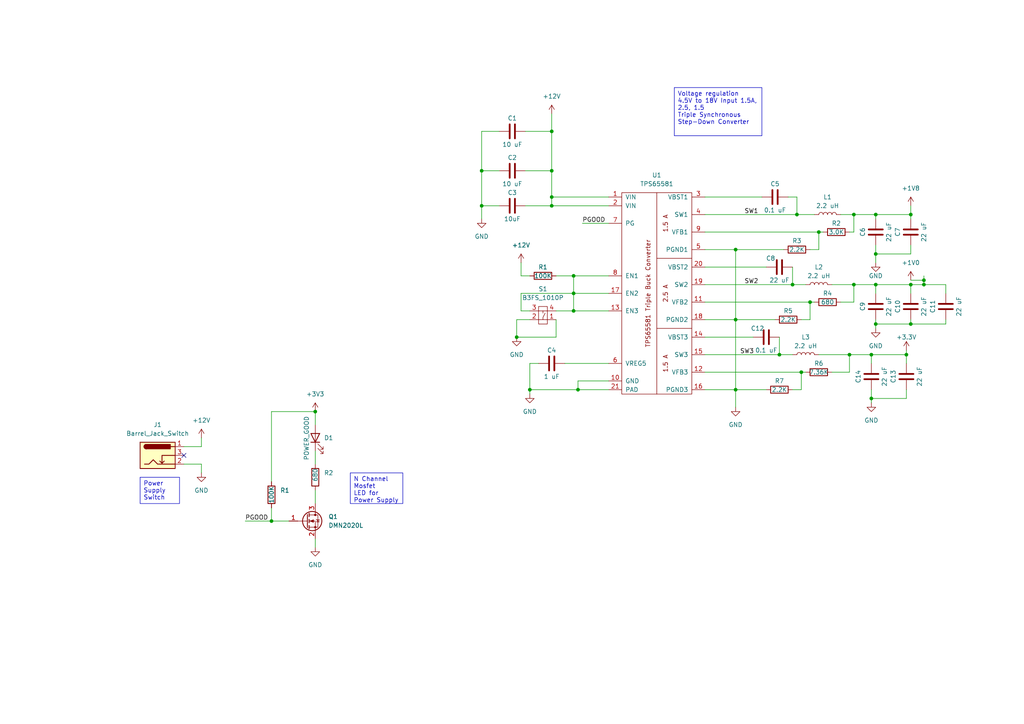
<source format=kicad_sch>
(kicad_sch (version 20230121) (generator eeschema)

  (uuid c03f0382-80c3-4fb5-88af-ce2b439e1692)

  (paper "A4")

  (title_block
    (title "Power Supply")
  )

  (lib_symbols
    (symbol "Connector:Barrel_Jack_Switch" (pin_names hide) (in_bom yes) (on_board yes)
      (property "Reference" "J" (at 0 5.334 0)
        (effects (font (size 1.27 1.27)))
      )
      (property "Value" "Barrel_Jack_Switch" (at 0 -5.08 0)
        (effects (font (size 1.27 1.27)))
      )
      (property "Footprint" "" (at 1.27 -1.016 0)
        (effects (font (size 1.27 1.27)) hide)
      )
      (property "Datasheet" "~" (at 1.27 -1.016 0)
        (effects (font (size 1.27 1.27)) hide)
      )
      (property "ki_keywords" "DC power barrel jack connector" (at 0 0 0)
        (effects (font (size 1.27 1.27)) hide)
      )
      (property "ki_description" "DC Barrel Jack with an internal switch" (at 0 0 0)
        (effects (font (size 1.27 1.27)) hide)
      )
      (property "ki_fp_filters" "BarrelJack*" (at 0 0 0)
        (effects (font (size 1.27 1.27)) hide)
      )
      (symbol "Barrel_Jack_Switch_0_1"
        (rectangle (start -5.08 3.81) (end 5.08 -3.81)
          (stroke (width 0.254) (type default))
          (fill (type background))
        )
        (arc (start -3.302 3.175) (mid -3.9343 2.54) (end -3.302 1.905)
          (stroke (width 0.254) (type default))
          (fill (type none))
        )
        (arc (start -3.302 3.175) (mid -3.9343 2.54) (end -3.302 1.905)
          (stroke (width 0.254) (type default))
          (fill (type outline))
        )
        (polyline
          (pts
            (xy 1.27 -2.286)
            (xy 1.905 -1.651)
          )
          (stroke (width 0.254) (type default))
          (fill (type none))
        )
        (polyline
          (pts
            (xy 5.08 2.54)
            (xy 3.81 2.54)
          )
          (stroke (width 0.254) (type default))
          (fill (type none))
        )
        (polyline
          (pts
            (xy 5.08 0)
            (xy 1.27 0)
            (xy 1.27 -2.286)
            (xy 0.635 -1.651)
          )
          (stroke (width 0.254) (type default))
          (fill (type none))
        )
        (polyline
          (pts
            (xy -3.81 -2.54)
            (xy -2.54 -2.54)
            (xy -1.27 -1.27)
            (xy 0 -2.54)
            (xy 2.54 -2.54)
            (xy 5.08 -2.54)
          )
          (stroke (width 0.254) (type default))
          (fill (type none))
        )
        (rectangle (start 3.683 3.175) (end -3.302 1.905)
          (stroke (width 0.254) (type default))
          (fill (type outline))
        )
      )
      (symbol "Barrel_Jack_Switch_1_1"
        (pin passive line (at 7.62 2.54 180) (length 2.54)
          (name "~" (effects (font (size 1.27 1.27))))
          (number "1" (effects (font (size 1.27 1.27))))
        )
        (pin passive line (at 7.62 -2.54 180) (length 2.54)
          (name "~" (effects (font (size 1.27 1.27))))
          (number "2" (effects (font (size 1.27 1.27))))
        )
        (pin passive line (at 7.62 0 180) (length 2.54)
          (name "~" (effects (font (size 1.27 1.27))))
          (number "3" (effects (font (size 1.27 1.27))))
        )
      )
    )
    (symbol "Device:C" (pin_numbers hide) (pin_names (offset 0.254)) (in_bom yes) (on_board yes)
      (property "Reference" "C" (at 0.635 2.54 0)
        (effects (font (size 1.27 1.27)) (justify left))
      )
      (property "Value" "C" (at 0.635 -2.54 0)
        (effects (font (size 1.27 1.27)) (justify left))
      )
      (property "Footprint" "" (at 0.9652 -3.81 0)
        (effects (font (size 1.27 1.27)) hide)
      )
      (property "Datasheet" "~" (at 0 0 0)
        (effects (font (size 1.27 1.27)) hide)
      )
      (property "ki_keywords" "cap capacitor" (at 0 0 0)
        (effects (font (size 1.27 1.27)) hide)
      )
      (property "ki_description" "Unpolarized capacitor" (at 0 0 0)
        (effects (font (size 1.27 1.27)) hide)
      )
      (property "ki_fp_filters" "C_*" (at 0 0 0)
        (effects (font (size 1.27 1.27)) hide)
      )
      (symbol "C_0_1"
        (polyline
          (pts
            (xy -2.032 -0.762)
            (xy 2.032 -0.762)
          )
          (stroke (width 0.508) (type default))
          (fill (type none))
        )
        (polyline
          (pts
            (xy -2.032 0.762)
            (xy 2.032 0.762)
          )
          (stroke (width 0.508) (type default))
          (fill (type none))
        )
      )
      (symbol "C_1_1"
        (pin passive line (at 0 3.81 270) (length 2.794)
          (name "~" (effects (font (size 1.27 1.27))))
          (number "1" (effects (font (size 1.27 1.27))))
        )
        (pin passive line (at 0 -3.81 90) (length 2.794)
          (name "~" (effects (font (size 1.27 1.27))))
          (number "2" (effects (font (size 1.27 1.27))))
        )
      )
    )
    (symbol "Device:L" (pin_numbers hide) (pin_names (offset 1.016) hide) (in_bom yes) (on_board yes)
      (property "Reference" "L" (at -1.27 0 90)
        (effects (font (size 1.27 1.27)))
      )
      (property "Value" "L" (at 1.905 0 90)
        (effects (font (size 1.27 1.27)))
      )
      (property "Footprint" "" (at 0 0 0)
        (effects (font (size 1.27 1.27)) hide)
      )
      (property "Datasheet" "~" (at 0 0 0)
        (effects (font (size 1.27 1.27)) hide)
      )
      (property "ki_keywords" "inductor choke coil reactor magnetic" (at 0 0 0)
        (effects (font (size 1.27 1.27)) hide)
      )
      (property "ki_description" "Inductor" (at 0 0 0)
        (effects (font (size 1.27 1.27)) hide)
      )
      (property "ki_fp_filters" "Choke_* *Coil* Inductor_* L_*" (at 0 0 0)
        (effects (font (size 1.27 1.27)) hide)
      )
      (symbol "L_0_1"
        (arc (start 0 -2.54) (mid 0.6323 -1.905) (end 0 -1.27)
          (stroke (width 0) (type default))
          (fill (type none))
        )
        (arc (start 0 -1.27) (mid 0.6323 -0.635) (end 0 0)
          (stroke (width 0) (type default))
          (fill (type none))
        )
        (arc (start 0 0) (mid 0.6323 0.635) (end 0 1.27)
          (stroke (width 0) (type default))
          (fill (type none))
        )
        (arc (start 0 1.27) (mid 0.6323 1.905) (end 0 2.54)
          (stroke (width 0) (type default))
          (fill (type none))
        )
      )
      (symbol "L_1_1"
        (pin passive line (at 0 3.81 270) (length 1.27)
          (name "1" (effects (font (size 1.27 1.27))))
          (number "1" (effects (font (size 1.27 1.27))))
        )
        (pin passive line (at 0 -3.81 90) (length 1.27)
          (name "2" (effects (font (size 1.27 1.27))))
          (number "2" (effects (font (size 1.27 1.27))))
        )
      )
    )
    (symbol "Device:LED" (pin_numbers hide) (pin_names (offset 1.016) hide) (in_bom yes) (on_board yes)
      (property "Reference" "D" (at 0 2.54 0)
        (effects (font (size 1.27 1.27)))
      )
      (property "Value" "LED" (at 0 -2.54 0)
        (effects (font (size 1.27 1.27)))
      )
      (property "Footprint" "" (at 0 0 0)
        (effects (font (size 1.27 1.27)) hide)
      )
      (property "Datasheet" "~" (at 0 0 0)
        (effects (font (size 1.27 1.27)) hide)
      )
      (property "ki_keywords" "LED diode" (at 0 0 0)
        (effects (font (size 1.27 1.27)) hide)
      )
      (property "ki_description" "Light emitting diode" (at 0 0 0)
        (effects (font (size 1.27 1.27)) hide)
      )
      (property "ki_fp_filters" "LED* LED_SMD:* LED_THT:*" (at 0 0 0)
        (effects (font (size 1.27 1.27)) hide)
      )
      (symbol "LED_0_1"
        (polyline
          (pts
            (xy -1.27 -1.27)
            (xy -1.27 1.27)
          )
          (stroke (width 0.254) (type default))
          (fill (type none))
        )
        (polyline
          (pts
            (xy -1.27 0)
            (xy 1.27 0)
          )
          (stroke (width 0) (type default))
          (fill (type none))
        )
        (polyline
          (pts
            (xy 1.27 -1.27)
            (xy 1.27 1.27)
            (xy -1.27 0)
            (xy 1.27 -1.27)
          )
          (stroke (width 0.254) (type default))
          (fill (type none))
        )
        (polyline
          (pts
            (xy -3.048 -0.762)
            (xy -4.572 -2.286)
            (xy -3.81 -2.286)
            (xy -4.572 -2.286)
            (xy -4.572 -1.524)
          )
          (stroke (width 0) (type default))
          (fill (type none))
        )
        (polyline
          (pts
            (xy -1.778 -0.762)
            (xy -3.302 -2.286)
            (xy -2.54 -2.286)
            (xy -3.302 -2.286)
            (xy -3.302 -1.524)
          )
          (stroke (width 0) (type default))
          (fill (type none))
        )
      )
      (symbol "LED_1_1"
        (pin passive line (at -3.81 0 0) (length 2.54)
          (name "K" (effects (font (size 1.27 1.27))))
          (number "1" (effects (font (size 1.27 1.27))))
        )
        (pin passive line (at 3.81 0 180) (length 2.54)
          (name "A" (effects (font (size 1.27 1.27))))
          (number "2" (effects (font (size 1.27 1.27))))
        )
      )
    )
    (symbol "Device:Q_NMOS_GSD" (pin_names (offset 0) hide) (in_bom yes) (on_board yes)
      (property "Reference" "Q" (at 5.08 1.27 0)
        (effects (font (size 1.27 1.27)) (justify left))
      )
      (property "Value" "Q_NMOS_GSD" (at 5.08 -1.27 0)
        (effects (font (size 1.27 1.27)) (justify left))
      )
      (property "Footprint" "" (at 5.08 2.54 0)
        (effects (font (size 1.27 1.27)) hide)
      )
      (property "Datasheet" "~" (at 0 0 0)
        (effects (font (size 1.27 1.27)) hide)
      )
      (property "ki_keywords" "transistor NMOS N-MOS N-MOSFET" (at 0 0 0)
        (effects (font (size 1.27 1.27)) hide)
      )
      (property "ki_description" "N-MOSFET transistor, gate/source/drain" (at 0 0 0)
        (effects (font (size 1.27 1.27)) hide)
      )
      (symbol "Q_NMOS_GSD_0_1"
        (polyline
          (pts
            (xy 0.254 0)
            (xy -2.54 0)
          )
          (stroke (width 0) (type default))
          (fill (type none))
        )
        (polyline
          (pts
            (xy 0.254 1.905)
            (xy 0.254 -1.905)
          )
          (stroke (width 0.254) (type default))
          (fill (type none))
        )
        (polyline
          (pts
            (xy 0.762 -1.27)
            (xy 0.762 -2.286)
          )
          (stroke (width 0.254) (type default))
          (fill (type none))
        )
        (polyline
          (pts
            (xy 0.762 0.508)
            (xy 0.762 -0.508)
          )
          (stroke (width 0.254) (type default))
          (fill (type none))
        )
        (polyline
          (pts
            (xy 0.762 2.286)
            (xy 0.762 1.27)
          )
          (stroke (width 0.254) (type default))
          (fill (type none))
        )
        (polyline
          (pts
            (xy 2.54 2.54)
            (xy 2.54 1.778)
          )
          (stroke (width 0) (type default))
          (fill (type none))
        )
        (polyline
          (pts
            (xy 2.54 -2.54)
            (xy 2.54 0)
            (xy 0.762 0)
          )
          (stroke (width 0) (type default))
          (fill (type none))
        )
        (polyline
          (pts
            (xy 0.762 -1.778)
            (xy 3.302 -1.778)
            (xy 3.302 1.778)
            (xy 0.762 1.778)
          )
          (stroke (width 0) (type default))
          (fill (type none))
        )
        (polyline
          (pts
            (xy 1.016 0)
            (xy 2.032 0.381)
            (xy 2.032 -0.381)
            (xy 1.016 0)
          )
          (stroke (width 0) (type default))
          (fill (type outline))
        )
        (polyline
          (pts
            (xy 2.794 0.508)
            (xy 2.921 0.381)
            (xy 3.683 0.381)
            (xy 3.81 0.254)
          )
          (stroke (width 0) (type default))
          (fill (type none))
        )
        (polyline
          (pts
            (xy 3.302 0.381)
            (xy 2.921 -0.254)
            (xy 3.683 -0.254)
            (xy 3.302 0.381)
          )
          (stroke (width 0) (type default))
          (fill (type none))
        )
        (circle (center 1.651 0) (radius 2.794)
          (stroke (width 0.254) (type default))
          (fill (type none))
        )
        (circle (center 2.54 -1.778) (radius 0.254)
          (stroke (width 0) (type default))
          (fill (type outline))
        )
        (circle (center 2.54 1.778) (radius 0.254)
          (stroke (width 0) (type default))
          (fill (type outline))
        )
      )
      (symbol "Q_NMOS_GSD_1_1"
        (pin input line (at -5.08 0 0) (length 2.54)
          (name "G" (effects (font (size 1.27 1.27))))
          (number "1" (effects (font (size 1.27 1.27))))
        )
        (pin passive line (at 2.54 -5.08 90) (length 2.54)
          (name "S" (effects (font (size 1.27 1.27))))
          (number "2" (effects (font (size 1.27 1.27))))
        )
        (pin passive line (at 2.54 5.08 270) (length 2.54)
          (name "D" (effects (font (size 1.27 1.27))))
          (number "3" (effects (font (size 1.27 1.27))))
        )
      )
    )
    (symbol "Device:R" (pin_numbers hide) (pin_names (offset 0)) (in_bom yes) (on_board yes)
      (property "Reference" "R" (at 2.032 0 90)
        (effects (font (size 1.27 1.27)))
      )
      (property "Value" "R" (at 0 0 90)
        (effects (font (size 1.27 1.27)))
      )
      (property "Footprint" "" (at -1.778 0 90)
        (effects (font (size 1.27 1.27)) hide)
      )
      (property "Datasheet" "~" (at 0 0 0)
        (effects (font (size 1.27 1.27)) hide)
      )
      (property "ki_keywords" "R res resistor" (at 0 0 0)
        (effects (font (size 1.27 1.27)) hide)
      )
      (property "ki_description" "Resistor" (at 0 0 0)
        (effects (font (size 1.27 1.27)) hide)
      )
      (property "ki_fp_filters" "R_*" (at 0 0 0)
        (effects (font (size 1.27 1.27)) hide)
      )
      (symbol "R_0_1"
        (rectangle (start -1.016 -2.54) (end 1.016 2.54)
          (stroke (width 0.254) (type default))
          (fill (type none))
        )
      )
      (symbol "R_1_1"
        (pin passive line (at 0 3.81 270) (length 1.27)
          (name "~" (effects (font (size 1.27 1.27))))
          (number "1" (effects (font (size 1.27 1.27))))
        )
        (pin passive line (at 0 -3.81 90) (length 1.27)
          (name "~" (effects (font (size 1.27 1.27))))
          (number "2" (effects (font (size 1.27 1.27))))
        )
      )
    )
    (symbol "FPGA_project_parts:B3FS_1010P" (pin_names (offset 1.016) hide) (in_bom yes) (on_board yes)
      (property "Reference" "S" (at 0 3.81 0)
        (effects (font (size 1.27 1.27)))
      )
      (property "Value" "B3FS_1010P" (at 0 -3.81 0)
        (effects (font (size 1.27 1.27)))
      )
      (property "Footprint" "my_parts:B3FS_1010P" (at 0 0 0)
        (effects (font (size 1.27 1.27)) hide)
      )
      (property "Datasheet" "" (at 0 0 0)
        (effects (font (size 1.27 1.27)) hide)
      )
      (symbol "B3FS_1010P_0_1"
        (rectangle (start -1.27 2.54) (end 1.27 -2.54)
          (stroke (width 0) (type solid))
          (fill (type none))
        )
        (polyline
          (pts
            (xy -1.27 -1.27)
            (xy 1.27 -1.27)
          )
          (stroke (width 0) (type solid))
          (fill (type none))
        )
        (polyline
          (pts
            (xy -1.27 1.27)
            (xy 1.27 1.27)
          )
          (stroke (width 0) (type solid))
          (fill (type none))
        )
        (polyline
          (pts
            (xy 0 1.27)
            (xy 0 0.635)
          )
          (stroke (width 0) (type solid))
          (fill (type none))
        )
        (polyline
          (pts
            (xy 0 -1.27)
            (xy 0 -0.635)
            (xy 0.635 0.635)
          )
          (stroke (width 0) (type solid))
          (fill (type none))
        )
      )
      (symbol "B3FS_1010P_1_1"
        (pin input line (at 3.81 -1.27 180) (length 2.54)
          (name "1" (effects (font (size 1.27 1.27))))
          (number "1" (effects (font (size 1.27 1.27))))
        )
        (pin input line (at -3.81 -1.27 0) (length 2.54)
          (name "2" (effects (font (size 1.27 1.27))))
          (number "2" (effects (font (size 1.27 1.27))))
        )
        (pin input line (at -3.81 1.27 0) (length 2.54)
          (name "3" (effects (font (size 1.27 1.27))))
          (number "3" (effects (font (size 1.27 1.27))))
        )
        (pin input line (at 3.81 1.27 180) (length 2.54)
          (name "4" (effects (font (size 1.27 1.27))))
          (number "4" (effects (font (size 1.27 1.27))))
        )
      )
    )
    (symbol "FPGA_project_parts:TPS65581" (pin_names (offset 1.016)) (in_bom yes) (on_board yes)
      (property "Reference" "U" (at 0 30.48 0)
        (effects (font (size 1.27 1.27)))
      )
      (property "Value" "TPS65581" (at 0 -30.48 0)
        (effects (font (size 1.27 1.27)))
      )
      (property "Footprint" "Package_SO:HTSSOP-20-1EP_4.4x6.5mm_P0.65mm_EP3.4x6.5mm_Mask2.75x3.43mm_ThermalVias" (at 0 0 0)
        (effects (font (size 1.27 1.27)) hide)
      )
      (property "Datasheet" "" (at 0 0 0)
        (effects (font (size 1.27 1.27)) hide)
      )
      (symbol "TPS65581_0_0"
        (polyline
          (pts
            (xy 10.16 -10.16)
            (xy 0 -10.16)
          )
          (stroke (width 0) (type solid))
          (fill (type none))
        )
        (polyline
          (pts
            (xy 10.16 10.16)
            (xy 0 10.16)
          )
          (stroke (width 0) (type solid))
          (fill (type none))
        )
        (text "1.5 A" (at 2.54 -20.32 900)
          (effects (font (size 1.27 1.27)))
        )
        (text "1.5 A" (at 2.54 20.32 900)
          (effects (font (size 1.27 1.27)))
        )
        (text "2.5 A" (at 2.54 0 900)
          (effects (font (size 1.27 1.27)))
        )
        (text "TPS65581 Triple Buck Converter" (at -2.54 0 900)
          (effects (font (size 1.27 1.27)))
        )
      )
      (symbol "TPS65581_0_1"
        (rectangle (start -10.16 29.21) (end 10.16 -29.21)
          (stroke (width 0) (type solid))
          (fill (type none))
        )
        (polyline
          (pts
            (xy 0 29.21)
            (xy 0 -29.21)
          )
          (stroke (width 0) (type solid))
          (fill (type none))
        )
      )
      (symbol "TPS65581_1_1"
        (pin power_in line (at -13.97 27.94 0) (length 3.81)
          (name "VIN" (effects (font (size 1.27 1.27))))
          (number "1" (effects (font (size 1.27 1.27))))
        )
        (pin power_in line (at -13.97 -25.4 0) (length 3.81)
          (name "GND" (effects (font (size 1.27 1.27))))
          (number "10" (effects (font (size 1.27 1.27))))
        )
        (pin power_out line (at 13.97 -2.54 180) (length 3.81)
          (name "VFB2" (effects (font (size 1.27 1.27))))
          (number "11" (effects (font (size 1.27 1.27))))
        )
        (pin power_out line (at 13.97 -22.86 180) (length 3.81)
          (name "VFB3" (effects (font (size 1.27 1.27))))
          (number "12" (effects (font (size 1.27 1.27))))
        )
        (pin input line (at -13.97 -5.08 0) (length 3.81)
          (name "EN3" (effects (font (size 1.27 1.27))))
          (number "13" (effects (font (size 1.27 1.27))))
        )
        (pin power_out line (at 13.97 -12.7 180) (length 3.81)
          (name "VBST3" (effects (font (size 1.27 1.27))))
          (number "14" (effects (font (size 1.27 1.27))))
        )
        (pin power_out line (at 13.97 -17.78 180) (length 3.81)
          (name "SW3" (effects (font (size 1.27 1.27))))
          (number "15" (effects (font (size 1.27 1.27))))
        )
        (pin power_in line (at 13.97 -27.94 180) (length 3.81)
          (name "PGND3" (effects (font (size 1.27 1.27))))
          (number "16" (effects (font (size 1.27 1.27))))
        )
        (pin input line (at -13.97 0 0) (length 3.81)
          (name "EN2" (effects (font (size 1.27 1.27))))
          (number "17" (effects (font (size 1.27 1.27))))
        )
        (pin power_in line (at 13.97 -7.62 180) (length 3.81)
          (name "PGND2" (effects (font (size 1.27 1.27))))
          (number "18" (effects (font (size 1.27 1.27))))
        )
        (pin power_out line (at 13.97 2.54 180) (length 3.81)
          (name "SW2" (effects (font (size 1.27 1.27))))
          (number "19" (effects (font (size 1.27 1.27))))
        )
        (pin power_in line (at -13.97 25.4 0) (length 3.81)
          (name "VIN" (effects (font (size 1.27 1.27))))
          (number "2" (effects (font (size 1.27 1.27))))
        )
        (pin power_out line (at 13.97 7.62 180) (length 3.81)
          (name "VBST2" (effects (font (size 1.27 1.27))))
          (number "20" (effects (font (size 1.27 1.27))))
        )
        (pin power_in line (at -13.97 -27.94 0) (length 3.81)
          (name "PAD" (effects (font (size 1.27 1.27))))
          (number "21" (effects (font (size 1.27 1.27))))
        )
        (pin power_out line (at 13.97 27.94 180) (length 3.81)
          (name "VBST1" (effects (font (size 1.27 1.27))))
          (number "3" (effects (font (size 1.27 1.27))))
        )
        (pin power_out line (at 13.97 22.86 180) (length 3.81)
          (name "SW1" (effects (font (size 1.27 1.27))))
          (number "4" (effects (font (size 1.27 1.27))))
        )
        (pin power_in line (at 13.97 12.7 180) (length 3.81)
          (name "PGND1" (effects (font (size 1.27 1.27))))
          (number "5" (effects (font (size 1.27 1.27))))
        )
        (pin power_out line (at -13.97 -20.32 0) (length 3.81)
          (name "VREG5" (effects (font (size 1.27 1.27))))
          (number "6" (effects (font (size 1.27 1.27))))
        )
        (pin open_collector line (at -13.97 20.32 0) (length 3.81)
          (name "PG" (effects (font (size 1.27 1.27))))
          (number "7" (effects (font (size 1.27 1.27))))
        )
        (pin input line (at -13.97 5.08 0) (length 3.81)
          (name "EN1" (effects (font (size 1.27 1.27))))
          (number "8" (effects (font (size 1.27 1.27))))
        )
        (pin power_out line (at 13.97 17.78 180) (length 3.81)
          (name "VFB1" (effects (font (size 1.27 1.27))))
          (number "9" (effects (font (size 1.27 1.27))))
        )
      )
    )
    (symbol "power:+12V" (power) (pin_names (offset 0)) (in_bom yes) (on_board yes)
      (property "Reference" "#PWR" (at 0 -3.81 0)
        (effects (font (size 1.27 1.27)) hide)
      )
      (property "Value" "+12V" (at 0 3.556 0)
        (effects (font (size 1.27 1.27)))
      )
      (property "Footprint" "" (at 0 0 0)
        (effects (font (size 1.27 1.27)) hide)
      )
      (property "Datasheet" "" (at 0 0 0)
        (effects (font (size 1.27 1.27)) hide)
      )
      (property "ki_keywords" "global power" (at 0 0 0)
        (effects (font (size 1.27 1.27)) hide)
      )
      (property "ki_description" "Power symbol creates a global label with name \"+12V\"" (at 0 0 0)
        (effects (font (size 1.27 1.27)) hide)
      )
      (symbol "+12V_0_1"
        (polyline
          (pts
            (xy -0.762 1.27)
            (xy 0 2.54)
          )
          (stroke (width 0) (type default))
          (fill (type none))
        )
        (polyline
          (pts
            (xy 0 0)
            (xy 0 2.54)
          )
          (stroke (width 0) (type default))
          (fill (type none))
        )
        (polyline
          (pts
            (xy 0 2.54)
            (xy 0.762 1.27)
          )
          (stroke (width 0) (type default))
          (fill (type none))
        )
      )
      (symbol "+12V_1_1"
        (pin power_in line (at 0 0 90) (length 0) hide
          (name "+12V" (effects (font (size 1.27 1.27))))
          (number "1" (effects (font (size 1.27 1.27))))
        )
      )
    )
    (symbol "power:+1V0" (power) (pin_names (offset 0)) (in_bom yes) (on_board yes)
      (property "Reference" "#PWR" (at 0 -3.81 0)
        (effects (font (size 1.27 1.27)) hide)
      )
      (property "Value" "+1V0" (at 0 3.556 0)
        (effects (font (size 1.27 1.27)))
      )
      (property "Footprint" "" (at 0 0 0)
        (effects (font (size 1.27 1.27)) hide)
      )
      (property "Datasheet" "" (at 0 0 0)
        (effects (font (size 1.27 1.27)) hide)
      )
      (property "ki_keywords" "global power" (at 0 0 0)
        (effects (font (size 1.27 1.27)) hide)
      )
      (property "ki_description" "Power symbol creates a global label with name \"+1V0\"" (at 0 0 0)
        (effects (font (size 1.27 1.27)) hide)
      )
      (symbol "+1V0_0_1"
        (polyline
          (pts
            (xy -0.762 1.27)
            (xy 0 2.54)
          )
          (stroke (width 0) (type default))
          (fill (type none))
        )
        (polyline
          (pts
            (xy 0 0)
            (xy 0 2.54)
          )
          (stroke (width 0) (type default))
          (fill (type none))
        )
        (polyline
          (pts
            (xy 0 2.54)
            (xy 0.762 1.27)
          )
          (stroke (width 0) (type default))
          (fill (type none))
        )
      )
      (symbol "+1V0_1_1"
        (pin power_in line (at 0 0 90) (length 0) hide
          (name "+1V0" (effects (font (size 1.27 1.27))))
          (number "1" (effects (font (size 1.27 1.27))))
        )
      )
    )
    (symbol "power:+1V8" (power) (pin_names (offset 0)) (in_bom yes) (on_board yes)
      (property "Reference" "#PWR" (at 0 -3.81 0)
        (effects (font (size 1.27 1.27)) hide)
      )
      (property "Value" "+1V8" (at 0 3.556 0)
        (effects (font (size 1.27 1.27)))
      )
      (property "Footprint" "" (at 0 0 0)
        (effects (font (size 1.27 1.27)) hide)
      )
      (property "Datasheet" "" (at 0 0 0)
        (effects (font (size 1.27 1.27)) hide)
      )
      (property "ki_keywords" "global power" (at 0 0 0)
        (effects (font (size 1.27 1.27)) hide)
      )
      (property "ki_description" "Power symbol creates a global label with name \"+1V8\"" (at 0 0 0)
        (effects (font (size 1.27 1.27)) hide)
      )
      (symbol "+1V8_0_1"
        (polyline
          (pts
            (xy -0.762 1.27)
            (xy 0 2.54)
          )
          (stroke (width 0) (type default))
          (fill (type none))
        )
        (polyline
          (pts
            (xy 0 0)
            (xy 0 2.54)
          )
          (stroke (width 0) (type default))
          (fill (type none))
        )
        (polyline
          (pts
            (xy 0 2.54)
            (xy 0.762 1.27)
          )
          (stroke (width 0) (type default))
          (fill (type none))
        )
      )
      (symbol "+1V8_1_1"
        (pin power_in line (at 0 0 90) (length 0) hide
          (name "+1V8" (effects (font (size 1.27 1.27))))
          (number "1" (effects (font (size 1.27 1.27))))
        )
      )
    )
    (symbol "power:+3.3V" (power) (pin_names (offset 0)) (in_bom yes) (on_board yes)
      (property "Reference" "#PWR" (at 0 -3.81 0)
        (effects (font (size 1.27 1.27)) hide)
      )
      (property "Value" "+3.3V" (at 0 3.556 0)
        (effects (font (size 1.27 1.27)))
      )
      (property "Footprint" "" (at 0 0 0)
        (effects (font (size 1.27 1.27)) hide)
      )
      (property "Datasheet" "" (at 0 0 0)
        (effects (font (size 1.27 1.27)) hide)
      )
      (property "ki_keywords" "global power" (at 0 0 0)
        (effects (font (size 1.27 1.27)) hide)
      )
      (property "ki_description" "Power symbol creates a global label with name \"+3.3V\"" (at 0 0 0)
        (effects (font (size 1.27 1.27)) hide)
      )
      (symbol "+3.3V_0_1"
        (polyline
          (pts
            (xy -0.762 1.27)
            (xy 0 2.54)
          )
          (stroke (width 0) (type default))
          (fill (type none))
        )
        (polyline
          (pts
            (xy 0 0)
            (xy 0 2.54)
          )
          (stroke (width 0) (type default))
          (fill (type none))
        )
        (polyline
          (pts
            (xy 0 2.54)
            (xy 0.762 1.27)
          )
          (stroke (width 0) (type default))
          (fill (type none))
        )
      )
      (symbol "+3.3V_1_1"
        (pin power_in line (at 0 0 90) (length 0) hide
          (name "+3.3V" (effects (font (size 1.27 1.27))))
          (number "1" (effects (font (size 1.27 1.27))))
        )
      )
    )
    (symbol "power:+3V3" (power) (pin_names (offset 0)) (in_bom yes) (on_board yes)
      (property "Reference" "#PWR" (at 0 -3.81 0)
        (effects (font (size 1.27 1.27)) hide)
      )
      (property "Value" "+3V3" (at 0 3.556 0)
        (effects (font (size 1.27 1.27)))
      )
      (property "Footprint" "" (at 0 0 0)
        (effects (font (size 1.27 1.27)) hide)
      )
      (property "Datasheet" "" (at 0 0 0)
        (effects (font (size 1.27 1.27)) hide)
      )
      (property "ki_keywords" "global power" (at 0 0 0)
        (effects (font (size 1.27 1.27)) hide)
      )
      (property "ki_description" "Power symbol creates a global label with name \"+3V3\"" (at 0 0 0)
        (effects (font (size 1.27 1.27)) hide)
      )
      (symbol "+3V3_0_1"
        (polyline
          (pts
            (xy -0.762 1.27)
            (xy 0 2.54)
          )
          (stroke (width 0) (type default))
          (fill (type none))
        )
        (polyline
          (pts
            (xy 0 0)
            (xy 0 2.54)
          )
          (stroke (width 0) (type default))
          (fill (type none))
        )
        (polyline
          (pts
            (xy 0 2.54)
            (xy 0.762 1.27)
          )
          (stroke (width 0) (type default))
          (fill (type none))
        )
      )
      (symbol "+3V3_1_1"
        (pin power_in line (at 0 0 90) (length 0) hide
          (name "+3V3" (effects (font (size 1.27 1.27))))
          (number "1" (effects (font (size 1.27 1.27))))
        )
      )
    )
    (symbol "power:GND" (power) (pin_names (offset 0)) (in_bom yes) (on_board yes)
      (property "Reference" "#PWR" (at 0 -6.35 0)
        (effects (font (size 1.27 1.27)) hide)
      )
      (property "Value" "GND" (at 0 -3.81 0)
        (effects (font (size 1.27 1.27)))
      )
      (property "Footprint" "" (at 0 0 0)
        (effects (font (size 1.27 1.27)) hide)
      )
      (property "Datasheet" "" (at 0 0 0)
        (effects (font (size 1.27 1.27)) hide)
      )
      (property "ki_keywords" "global power" (at 0 0 0)
        (effects (font (size 1.27 1.27)) hide)
      )
      (property "ki_description" "Power symbol creates a global label with name \"GND\" , ground" (at 0 0 0)
        (effects (font (size 1.27 1.27)) hide)
      )
      (symbol "GND_0_1"
        (polyline
          (pts
            (xy 0 0)
            (xy 0 -1.27)
            (xy 1.27 -1.27)
            (xy 0 -2.54)
            (xy -1.27 -1.27)
            (xy 0 -1.27)
          )
          (stroke (width 0) (type default))
          (fill (type none))
        )
      )
      (symbol "GND_1_1"
        (pin power_in line (at 0 0 270) (length 0) hide
          (name "GND" (effects (font (size 1.27 1.27))))
          (number "1" (effects (font (size 1.27 1.27))))
        )
      )
    )
  )

  (junction (at 267.97 81.28) (diameter 0) (color 0 0 0 0)
    (uuid 07718e08-1a5b-44e6-af03-7218064bc9be)
  )
  (junction (at 247.65 82.55) (diameter 0) (color 0 0 0 0)
    (uuid 0aea494b-06b1-4bf2-95dc-8ec132174324)
  )
  (junction (at 246.38 102.87) (diameter 0) (color 0 0 0 0)
    (uuid 18a00346-cb3c-419a-8e37-503c19639c46)
  )
  (junction (at 262.89 102.87) (diameter 0) (color 0 0 0 0)
    (uuid 1a2bd7b4-9f66-4080-b650-1eb8355aafce)
  )
  (junction (at 166.37 90.17) (diameter 0) (color 0 0 0 0)
    (uuid 25c07319-da5e-4a34-8af3-1060cbdb2225)
  )
  (junction (at 213.36 92.71) (diameter 0) (color 0 0 0 0)
    (uuid 2b946a21-e239-4b5b-857b-6a47f756564f)
  )
  (junction (at 139.7 59.69) (diameter 0) (color 0 0 0 0)
    (uuid 30d6ac7a-b47a-4779-843f-05c9dcee3e90)
  )
  (junction (at 264.16 62.23) (diameter 0) (color 0 0 0 0)
    (uuid 30f43d40-dd7a-4881-8371-788721b9eae6)
  )
  (junction (at 166.37 80.01) (diameter 0) (color 0 0 0 0)
    (uuid 318ee54d-797c-4c3c-91f8-1f42a00c2b2d)
  )
  (junction (at 237.49 67.31) (diameter 0) (color 0 0 0 0)
    (uuid 3832fca3-15ed-4a98-8046-d5b2e13c3efd)
  )
  (junction (at 166.37 85.09) (diameter 0) (color 0 0 0 0)
    (uuid 3b205de3-f0e8-4de4-9a2c-fc5ee4ed5e78)
  )
  (junction (at 252.73 102.87) (diameter 0) (color 0 0 0 0)
    (uuid 3dad7fce-e1cd-43c7-9883-85163d5f5b35)
  )
  (junction (at 254 62.23) (diameter 0) (color 0 0 0 0)
    (uuid 519e86e4-9a55-44cc-856c-4cb6ed2b131d)
  )
  (junction (at 254 73.66) (diameter 0) (color 0 0 0 0)
    (uuid 5af1f702-6dd2-499d-9dfd-b00408fd6c0e)
  )
  (junction (at 139.7 49.53) (diameter 0) (color 0 0 0 0)
    (uuid 5c356d36-b39b-4944-a0d2-d288b7a812e5)
  )
  (junction (at 231.14 62.23) (diameter 0) (color 0 0 0 0)
    (uuid 61836033-7e14-408a-aa41-3c979b741ebe)
  )
  (junction (at 213.36 113.03) (diameter 0) (color 0 0 0 0)
    (uuid 644a020a-1d47-4d7a-adbb-03380379d6e1)
  )
  (junction (at 160.02 57.15) (diameter 0) (color 0 0 0 0)
    (uuid 6c16f20a-76cf-4045-a7ad-50ee595ee2a3)
  )
  (junction (at 160.02 59.69) (diameter 0) (color 0 0 0 0)
    (uuid 6e1a9fed-ec89-4c77-8e1a-75172903d3ad)
  )
  (junction (at 254 93.98) (diameter 0) (color 0 0 0 0)
    (uuid 6eae2cbc-895a-4529-93e7-627c8004b4b0)
  )
  (junction (at 149.86 97.79) (diameter 0) (color 0 0 0 0)
    (uuid 7064e17b-d973-41f1-8ee7-e56de3f7b1d2)
  )
  (junction (at 232.41 107.95) (diameter 0) (color 0 0 0 0)
    (uuid 73a38bdf-4d41-4186-8436-dcb34b2ad1c7)
  )
  (junction (at 247.65 62.23) (diameter 0) (color 0 0 0 0)
    (uuid 7a239d8b-2dde-4dbc-b0ca-bd40b50c8b0e)
  )
  (junction (at 91.44 119.38) (diameter 0) (color 0 0 0 0)
    (uuid 80acccf0-efbd-4f6d-8a2e-9a8ebc2ecfe2)
  )
  (junction (at 167.64 113.03) (diameter 0) (color 0 0 0 0)
    (uuid 810b761f-e38b-4bbd-be59-734e3130c571)
  )
  (junction (at 267.97 82.55) (diameter 0) (color 0 0 0 0)
    (uuid 91440488-84f6-4e59-8f26-f21dd40681e3)
  )
  (junction (at 234.95 87.63) (diameter 0) (color 0 0 0 0)
    (uuid 9aaed438-6538-40f4-80ae-efa9cdb59d23)
  )
  (junction (at 160.02 49.53) (diameter 0) (color 0 0 0 0)
    (uuid a9742b83-b3f5-473a-9654-d2780fd99c82)
  )
  (junction (at 229.87 82.55) (diameter 0) (color 0 0 0 0)
    (uuid c7c5a69f-6e0b-4e1d-8460-08d006ff74cf)
  )
  (junction (at 264.16 82.55) (diameter 0) (color 0 0 0 0)
    (uuid c7d508b6-02af-4ffc-84cd-c6504a5cf030)
  )
  (junction (at 78.74 151.13) (diameter 0) (color 0 0 0 0)
    (uuid c8e01c2a-2592-4bfe-b430-3e98ab8e9b79)
  )
  (junction (at 160.02 38.1) (diameter 0) (color 0 0 0 0)
    (uuid c9cbae6d-ed09-4dbf-95ee-2c88e7c49778)
  )
  (junction (at 213.36 72.39) (diameter 0) (color 0 0 0 0)
    (uuid c9fb1981-f8e1-423a-b610-ae19d9241d28)
  )
  (junction (at 254 82.55) (diameter 0) (color 0 0 0 0)
    (uuid cb6cc5a4-251b-432d-b907-8ca3a3825bbd)
  )
  (junction (at 153.67 113.03) (diameter 0) (color 0 0 0 0)
    (uuid de01acca-44db-4bfb-ba53-f3b554719f90)
  )
  (junction (at 252.73 115.57) (diameter 0) (color 0 0 0 0)
    (uuid e4fc6580-1b08-4600-a963-d919bee7a054)
  )
  (junction (at 264.16 93.98) (diameter 0) (color 0 0 0 0)
    (uuid ef380027-dd82-4ad7-a20c-1bea40e40359)
  )
  (junction (at 226.06 102.87) (diameter 0) (color 0 0 0 0)
    (uuid f5395050-e2f1-468e-816e-ce88a4cc146a)
  )

  (no_connect (at 53.34 132.08) (uuid 0513693d-532e-46ec-96e3-9ff2439c34bd))

  (wire (pts (xy 254 92.71) (xy 254 93.98))
    (stroke (width 0) (type default))
    (uuid 00227841-efae-42dd-8e0e-30c80453727f)
  )
  (wire (pts (xy 254 62.23) (xy 264.16 62.23))
    (stroke (width 0) (type default))
    (uuid 02a320dc-e02b-467f-83f1-84d910ca5d07)
  )
  (wire (pts (xy 274.32 92.71) (xy 274.32 93.98))
    (stroke (width 0) (type default))
    (uuid 04f71d27-c3b2-43e4-8552-f7b1ec90c296)
  )
  (wire (pts (xy 176.53 113.03) (xy 167.64 113.03))
    (stroke (width 0) (type default))
    (uuid 07942b7e-d8a9-4a7e-8728-6354f61a7677)
  )
  (wire (pts (xy 247.65 62.23) (xy 254 62.23))
    (stroke (width 0) (type default))
    (uuid 0970f8b6-9ba4-4768-b6dd-dcd59df5084e)
  )
  (wire (pts (xy 254 82.55) (xy 254 85.09))
    (stroke (width 0) (type default))
    (uuid 0b984323-c213-4a58-a5de-91b17c835990)
  )
  (wire (pts (xy 163.83 105.41) (xy 176.53 105.41))
    (stroke (width 0) (type default))
    (uuid 0bc19dd3-7578-44d3-ade6-05a0b8f049fc)
  )
  (wire (pts (xy 274.32 93.98) (xy 264.16 93.98))
    (stroke (width 0) (type default))
    (uuid 0c73dddd-5376-4ba0-a9d5-09da1dde0bf3)
  )
  (wire (pts (xy 204.47 62.23) (xy 231.14 62.23))
    (stroke (width 0) (type default))
    (uuid 0c8d8916-5b6d-406d-bf98-cc6668b20dd2)
  )
  (wire (pts (xy 58.42 134.62) (xy 58.42 137.16))
    (stroke (width 0) (type default))
    (uuid 0d682661-48dc-4dd9-b520-06cb51191a7d)
  )
  (wire (pts (xy 267.97 82.55) (xy 267.97 81.28))
    (stroke (width 0) (type default))
    (uuid 11f91eeb-92f2-482b-a1b6-b8d90cc32a4c)
  )
  (wire (pts (xy 213.36 113.03) (xy 213.36 118.11))
    (stroke (width 0) (type default))
    (uuid 17b57d50-d57e-4fc4-be87-4ad0e2be36e4)
  )
  (wire (pts (xy 237.49 67.31) (xy 238.76 67.31))
    (stroke (width 0) (type default))
    (uuid 17ec9a30-d9de-4057-b338-7daa11398b60)
  )
  (wire (pts (xy 167.64 110.49) (xy 167.64 113.03))
    (stroke (width 0) (type default))
    (uuid 17ef2eb3-a6ec-406c-8c1e-00b341597236)
  )
  (wire (pts (xy 213.36 92.71) (xy 213.36 113.03))
    (stroke (width 0) (type default))
    (uuid 1b44f7b5-73a7-419c-af74-d1fa4e85ab99)
  )
  (wire (pts (xy 234.95 92.71) (xy 234.95 87.63))
    (stroke (width 0) (type default))
    (uuid 1b5299f6-2f4f-4e8c-bd0f-1d6c2f289f17)
  )
  (wire (pts (xy 153.67 105.41) (xy 153.67 113.03))
    (stroke (width 0) (type default))
    (uuid 1bf6e638-cd46-4cdd-9091-e39230a2741b)
  )
  (wire (pts (xy 160.02 49.53) (xy 160.02 38.1))
    (stroke (width 0) (type default))
    (uuid 1d5b0025-50d0-4e5e-86cb-db5b5518eedb)
  )
  (wire (pts (xy 139.7 59.69) (xy 144.78 59.69))
    (stroke (width 0) (type default))
    (uuid 1d79486e-0512-416a-a567-8164130bc53c)
  )
  (wire (pts (xy 237.49 67.31) (xy 237.49 72.39))
    (stroke (width 0) (type default))
    (uuid 243d0a5d-657e-48f2-9656-aa1488400a2d)
  )
  (wire (pts (xy 149.86 92.71) (xy 149.86 97.79))
    (stroke (width 0) (type default))
    (uuid 25a50d6b-0923-4dea-942f-fe5adbf1e1d0)
  )
  (wire (pts (xy 264.16 62.23) (xy 264.16 63.5))
    (stroke (width 0) (type default))
    (uuid 2a38b98a-701e-46c0-8868-931af382b824)
  )
  (wire (pts (xy 254 62.23) (xy 254 63.5))
    (stroke (width 0) (type default))
    (uuid 2ad6e3f7-b9d0-48e2-a560-a18724f1b38d)
  )
  (wire (pts (xy 262.89 113.03) (xy 262.89 115.57))
    (stroke (width 0) (type default))
    (uuid 3102c713-f833-4dd5-ad93-467be1de62c5)
  )
  (wire (pts (xy 264.16 73.66) (xy 254 73.66))
    (stroke (width 0) (type default))
    (uuid 32a92be9-7bf0-446d-a797-14950f0fa9ca)
  )
  (wire (pts (xy 264.16 93.98) (xy 254 93.98))
    (stroke (width 0) (type default))
    (uuid 34b8138a-372c-458d-87a9-48e45fff3086)
  )
  (wire (pts (xy 234.95 87.63) (xy 236.22 87.63))
    (stroke (width 0) (type default))
    (uuid 3501f867-92d0-4b62-b687-d8e50447c04e)
  )
  (wire (pts (xy 78.74 119.38) (xy 91.44 119.38))
    (stroke (width 0) (type default))
    (uuid 35c60a15-8b0b-48b0-81bf-03c7189166a1)
  )
  (wire (pts (xy 91.44 142.24) (xy 91.44 146.05))
    (stroke (width 0) (type default))
    (uuid 39619e49-62e9-4940-9bc1-8e8d3c8ca695)
  )
  (wire (pts (xy 264.16 62.23) (xy 264.16 59.69))
    (stroke (width 0) (type default))
    (uuid 3a68b2b3-4f8e-49f1-9bf3-ececaa2e5523)
  )
  (wire (pts (xy 213.36 113.03) (xy 222.25 113.03))
    (stroke (width 0) (type default))
    (uuid 3cd05c4d-f311-4768-848d-6dc4e3a570db)
  )
  (wire (pts (xy 254 76.2) (xy 254 73.66))
    (stroke (width 0) (type default))
    (uuid 3ee4e432-2c12-4cf2-af08-ac288d67d017)
  )
  (wire (pts (xy 243.84 62.23) (xy 247.65 62.23))
    (stroke (width 0) (type default))
    (uuid 40cd9ed7-461c-4757-b30f-faeef0457348)
  )
  (wire (pts (xy 160.02 57.15) (xy 160.02 49.53))
    (stroke (width 0) (type default))
    (uuid 40fdd204-4e4d-4709-a3d2-65fdfad07155)
  )
  (wire (pts (xy 247.65 62.23) (xy 247.65 67.31))
    (stroke (width 0) (type default))
    (uuid 42a395b5-adeb-46d6-971f-e910010d9bca)
  )
  (wire (pts (xy 232.41 107.95) (xy 233.68 107.95))
    (stroke (width 0) (type default))
    (uuid 458911df-dfd9-4006-b6df-2fb35dbeac22)
  )
  (wire (pts (xy 153.67 113.03) (xy 153.67 114.3))
    (stroke (width 0) (type default))
    (uuid 462fa52c-d5c6-4fd7-9ff4-0869ffb5cc4a)
  )
  (wire (pts (xy 161.29 80.01) (xy 166.37 80.01))
    (stroke (width 0) (type default))
    (uuid 476b45a0-9932-41bc-8598-91988183e36d)
  )
  (wire (pts (xy 262.89 115.57) (xy 252.73 115.57))
    (stroke (width 0) (type default))
    (uuid 48fb4b8b-e57a-4f3c-bb30-1e4352cd85b1)
  )
  (wire (pts (xy 229.87 77.47) (xy 229.87 82.55))
    (stroke (width 0) (type default))
    (uuid 493dc2a1-7424-4ac4-9160-97f1cb829d76)
  )
  (wire (pts (xy 254 93.98) (xy 254 95.25))
    (stroke (width 0) (type default))
    (uuid 4951de56-1a22-42aa-abfc-6f47846a2cea)
  )
  (wire (pts (xy 213.36 72.39) (xy 227.33 72.39))
    (stroke (width 0) (type default))
    (uuid 4b4522f5-1dc3-4372-a883-2877dac12b56)
  )
  (wire (pts (xy 78.74 139.7) (xy 78.74 119.38))
    (stroke (width 0) (type default))
    (uuid 4c913666-6cfb-4807-abc5-8e6ad77205b8)
  )
  (wire (pts (xy 228.6 57.15) (xy 231.14 57.15))
    (stroke (width 0) (type default))
    (uuid 4d1fae50-92bb-4594-a4df-c326654a5f28)
  )
  (wire (pts (xy 213.36 92.71) (xy 224.79 92.71))
    (stroke (width 0) (type default))
    (uuid 4d3f886e-f605-481f-b883-786e7c562168)
  )
  (wire (pts (xy 204.47 72.39) (xy 213.36 72.39))
    (stroke (width 0) (type default))
    (uuid 4fe92fef-cebb-45a1-a81b-90d002b4aa32)
  )
  (wire (pts (xy 213.36 72.39) (xy 213.36 92.71))
    (stroke (width 0) (type default))
    (uuid 50d985a7-d4d5-44e9-99a0-9d42fd2526d2)
  )
  (wire (pts (xy 166.37 85.09) (xy 151.13 85.09))
    (stroke (width 0) (type default))
    (uuid 546d78c9-3ded-4aaa-97ec-120a5fa40d2b)
  )
  (wire (pts (xy 151.13 90.17) (xy 153.67 90.17))
    (stroke (width 0) (type default))
    (uuid 55bee4e3-a92f-471b-9a84-a82ef241d3f9)
  )
  (wire (pts (xy 166.37 80.01) (xy 176.53 80.01))
    (stroke (width 0) (type default))
    (uuid 56229987-4656-4d3d-9bfa-f96e03abc87d)
  )
  (wire (pts (xy 252.73 102.87) (xy 252.73 105.41))
    (stroke (width 0) (type default))
    (uuid 56d5f497-2cb1-48b7-acdf-c794b90f1846)
  )
  (wire (pts (xy 53.34 134.62) (xy 58.42 134.62))
    (stroke (width 0) (type default))
    (uuid 571bb2e2-1f11-4d00-8a0a-d04126a69993)
  )
  (wire (pts (xy 247.65 82.55) (xy 254 82.55))
    (stroke (width 0) (type default))
    (uuid 5a968b33-42aa-444f-9531-d2e4d1a87d57)
  )
  (wire (pts (xy 262.89 102.87) (xy 262.89 105.41))
    (stroke (width 0) (type default))
    (uuid 5b048079-d7ae-46d1-90e7-dcc3264047e4)
  )
  (wire (pts (xy 176.53 57.15) (xy 160.02 57.15))
    (stroke (width 0) (type default))
    (uuid 5cbebb29-9d85-4e3e-9ec5-da2cfda50860)
  )
  (wire (pts (xy 264.16 71.12) (xy 264.16 73.66))
    (stroke (width 0) (type default))
    (uuid 5e2e5257-2b1e-42e4-9fd9-f9f8bc0a793e)
  )
  (wire (pts (xy 152.4 49.53) (xy 160.02 49.53))
    (stroke (width 0) (type default))
    (uuid 610934c8-ee6b-4058-83c1-393d9895fe7d)
  )
  (wire (pts (xy 246.38 102.87) (xy 252.73 102.87))
    (stroke (width 0) (type default))
    (uuid 642cd724-5afa-4d59-afba-c818e218e07b)
  )
  (wire (pts (xy 153.67 92.71) (xy 149.86 92.71))
    (stroke (width 0) (type default))
    (uuid 65899e8e-4e2d-42a3-b638-8dab62ea85b3)
  )
  (wire (pts (xy 153.67 80.01) (xy 151.13 80.01))
    (stroke (width 0) (type default))
    (uuid 65dae567-17d7-4901-8c45-9b8758cb4d86)
  )
  (wire (pts (xy 139.7 38.1) (xy 139.7 49.53))
    (stroke (width 0) (type default))
    (uuid 6a952ef8-65c9-41e9-8eca-1510136237f5)
  )
  (wire (pts (xy 204.47 97.79) (xy 218.44 97.79))
    (stroke (width 0) (type default))
    (uuid 6c2bda7d-f2e7-43e3-bde2-8a17eb6c14b6)
  )
  (wire (pts (xy 267.97 81.28) (xy 264.16 81.28))
    (stroke (width 0) (type default))
    (uuid 706ccb5d-c5d7-4469-8881-a436918065e4)
  )
  (wire (pts (xy 53.34 129.54) (xy 58.42 129.54))
    (stroke (width 0) (type default))
    (uuid 70be80c6-27da-4a0a-b815-8c451993f58c)
  )
  (wire (pts (xy 267.97 82.55) (xy 264.16 82.55))
    (stroke (width 0) (type default))
    (uuid 73eb4c73-d800-4dd4-ab59-ba08a1087b5d)
  )
  (wire (pts (xy 152.4 59.69) (xy 160.02 59.69))
    (stroke (width 0) (type default))
    (uuid 74cc663e-2728-4776-bfe8-765b19d0f18a)
  )
  (wire (pts (xy 226.06 97.79) (xy 226.06 102.87))
    (stroke (width 0) (type default))
    (uuid 75c4f78d-8033-4b83-9125-d0e90b3e6eb4)
  )
  (wire (pts (xy 78.74 147.32) (xy 78.74 151.13))
    (stroke (width 0) (type default))
    (uuid 7897611a-1331-4a67-a178-22852803a31e)
  )
  (wire (pts (xy 254 71.12) (xy 254 73.66))
    (stroke (width 0) (type default))
    (uuid 7fa3a574-c072-4c20-8e64-58cc96a66f62)
  )
  (wire (pts (xy 161.29 92.71) (xy 161.29 97.79))
    (stroke (width 0) (type default))
    (uuid 80ba025b-bfa9-4a7e-a4c6-72136d6450d5)
  )
  (wire (pts (xy 232.41 107.95) (xy 232.41 113.03))
    (stroke (width 0) (type default))
    (uuid 8156ceed-9082-408d-a3e9-cba4f288bf34)
  )
  (wire (pts (xy 247.65 87.63) (xy 247.65 82.55))
    (stroke (width 0) (type default))
    (uuid 816052cd-a241-4e49-9a11-b4e63ab65eeb)
  )
  (wire (pts (xy 264.16 82.55) (xy 264.16 85.09))
    (stroke (width 0) (type default))
    (uuid 849d7aa0-1c23-4890-b071-6288ae7647ac)
  )
  (wire (pts (xy 139.7 59.69) (xy 139.7 63.5))
    (stroke (width 0) (type default))
    (uuid 84eec5c6-0383-48b3-b9ee-c6aa744af97e)
  )
  (wire (pts (xy 243.84 87.63) (xy 247.65 87.63))
    (stroke (width 0) (type default))
    (uuid 851f2569-fbc7-47c7-b5b1-1f6b5d0c2fee)
  )
  (wire (pts (xy 91.44 156.21) (xy 91.44 158.75))
    (stroke (width 0) (type default))
    (uuid 8574588e-0b8c-465a-8a34-91a3a3a94075)
  )
  (wire (pts (xy 166.37 90.17) (xy 161.29 90.17))
    (stroke (width 0) (type default))
    (uuid 8c360708-e820-4883-ad43-c9a3d2643844)
  )
  (wire (pts (xy 166.37 90.17) (xy 176.53 90.17))
    (stroke (width 0) (type default))
    (uuid 8ef8f741-a560-4128-b013-3813677e7e85)
  )
  (wire (pts (xy 204.47 113.03) (xy 213.36 113.03))
    (stroke (width 0) (type default))
    (uuid 920f5219-4594-403b-9ab1-cd386c163a64)
  )
  (wire (pts (xy 267.97 82.55) (xy 274.32 82.55))
    (stroke (width 0) (type default))
    (uuid 9428dcc7-4f36-4060-96c0-8c1aae2d87be)
  )
  (wire (pts (xy 204.47 107.95) (xy 232.41 107.95))
    (stroke (width 0) (type default))
    (uuid 9450535d-e930-4e96-a7ce-c01864fae11e)
  )
  (wire (pts (xy 241.3 82.55) (xy 247.65 82.55))
    (stroke (width 0) (type default))
    (uuid 94ba7098-0a34-4136-ba27-2a213bd108c1)
  )
  (wire (pts (xy 166.37 85.09) (xy 176.53 85.09))
    (stroke (width 0) (type default))
    (uuid 977a8d70-ebee-4650-9e74-23fe7c702080)
  )
  (wire (pts (xy 204.47 57.15) (xy 220.98 57.15))
    (stroke (width 0) (type default))
    (uuid 97ebdcc3-810a-4027-809d-334d1a2eee6e)
  )
  (wire (pts (xy 151.13 80.01) (xy 151.13 76.2))
    (stroke (width 0) (type default))
    (uuid 9a3dd487-d26d-418a-ae20-642df09e58b3)
  )
  (wire (pts (xy 166.37 80.01) (xy 166.37 85.09))
    (stroke (width 0) (type default))
    (uuid 9b62c289-79e1-4cb3-bffc-e7d5bf24507c)
  )
  (wire (pts (xy 151.13 85.09) (xy 151.13 90.17))
    (stroke (width 0) (type default))
    (uuid 9cd46fd7-63e5-4d8c-95c8-bbfe438cd02c)
  )
  (wire (pts (xy 176.53 110.49) (xy 167.64 110.49))
    (stroke (width 0) (type default))
    (uuid 9f5c4f77-1e8e-41ae-b3ab-b6f368b4e87d)
  )
  (wire (pts (xy 160.02 38.1) (xy 160.02 33.02))
    (stroke (width 0) (type default))
    (uuid a1416968-5d14-45e2-9586-e19d56717b58)
  )
  (wire (pts (xy 252.73 113.03) (xy 252.73 115.57))
    (stroke (width 0) (type default))
    (uuid a158fed9-7049-43bf-81fc-ac784fa20b8c)
  )
  (wire (pts (xy 71.12 151.13) (xy 78.74 151.13))
    (stroke (width 0) (type default))
    (uuid a23702e2-b0e6-4750-bf23-f0369cd7ee20)
  )
  (wire (pts (xy 156.21 105.41) (xy 153.67 105.41))
    (stroke (width 0) (type default))
    (uuid a23a66dc-f014-40f7-8ce0-947d6903c19c)
  )
  (wire (pts (xy 204.47 77.47) (xy 222.25 77.47))
    (stroke (width 0) (type default))
    (uuid a2862ef9-fc8e-41d9-ae0b-8a7ecc372d24)
  )
  (wire (pts (xy 237.49 72.39) (xy 234.95 72.39))
    (stroke (width 0) (type default))
    (uuid a53005fa-feb2-4e46-9680-d8e7e33c02f3)
  )
  (wire (pts (xy 78.74 151.13) (xy 83.82 151.13))
    (stroke (width 0) (type default))
    (uuid a90311ec-71c0-4670-8ecb-1ea8052ee7a7)
  )
  (wire (pts (xy 91.44 130.81) (xy 91.44 134.62))
    (stroke (width 0) (type default))
    (uuid aac9e962-3674-45e5-8559-656f75d046e2)
  )
  (wire (pts (xy 204.47 87.63) (xy 234.95 87.63))
    (stroke (width 0) (type default))
    (uuid ae1cf0b3-242a-4e51-aed0-037db3dc87c7)
  )
  (wire (pts (xy 229.87 82.55) (xy 233.68 82.55))
    (stroke (width 0) (type default))
    (uuid b029959b-7819-4769-85dc-2e033c6efa2c)
  )
  (wire (pts (xy 152.4 38.1) (xy 160.02 38.1))
    (stroke (width 0) (type default))
    (uuid b3289e5c-199a-4ded-87ba-8b601da8469f)
  )
  (wire (pts (xy 144.78 38.1) (xy 139.7 38.1))
    (stroke (width 0) (type default))
    (uuid b650858f-7dfa-4ed8-b5de-b47a4d6b6070)
  )
  (wire (pts (xy 252.73 102.87) (xy 262.89 102.87))
    (stroke (width 0) (type default))
    (uuid bb706cd3-ce86-46e9-84d7-e0794dc0fd90)
  )
  (wire (pts (xy 167.64 113.03) (xy 153.67 113.03))
    (stroke (width 0) (type default))
    (uuid bb8acc9d-209b-4634-9247-8e2290b892b5)
  )
  (wire (pts (xy 160.02 59.69) (xy 160.02 57.15))
    (stroke (width 0) (type default))
    (uuid bd8cc424-049a-4162-8924-98f83f25675f)
  )
  (wire (pts (xy 166.37 85.09) (xy 166.37 90.17))
    (stroke (width 0) (type default))
    (uuid bf1a43ef-e8da-4537-b11d-5cf78748fd08)
  )
  (wire (pts (xy 264.16 92.71) (xy 264.16 93.98))
    (stroke (width 0) (type default))
    (uuid bfb12dde-7482-4bd1-af95-6ef523fd00ef)
  )
  (wire (pts (xy 204.47 67.31) (xy 237.49 67.31))
    (stroke (width 0) (type default))
    (uuid c1ec7c24-09d7-40e9-b7b8-fb4c17398f0a)
  )
  (wire (pts (xy 232.41 92.71) (xy 234.95 92.71))
    (stroke (width 0) (type default))
    (uuid c2136e65-1301-4173-aba0-0cff1b620783)
  )
  (wire (pts (xy 168.91 64.77) (xy 176.53 64.77))
    (stroke (width 0) (type default))
    (uuid c6fc428e-32f0-4296-a9d3-d0f3794a6611)
  )
  (wire (pts (xy 241.3 107.95) (xy 246.38 107.95))
    (stroke (width 0) (type default))
    (uuid ca4ce2f9-acc9-46b7-8a9a-a7c15ce2a716)
  )
  (wire (pts (xy 139.7 49.53) (xy 144.78 49.53))
    (stroke (width 0) (type default))
    (uuid caa6a900-1179-4393-b3cd-b45f387e169a)
  )
  (wire (pts (xy 58.42 129.54) (xy 58.42 127))
    (stroke (width 0) (type default))
    (uuid cdf76599-35ce-4a00-9fca-3b970c3a8125)
  )
  (wire (pts (xy 254 82.55) (xy 264.16 82.55))
    (stroke (width 0) (type default))
    (uuid cea7fbca-5c89-4808-bbda-28859e0006f6)
  )
  (wire (pts (xy 274.32 82.55) (xy 274.32 85.09))
    (stroke (width 0) (type default))
    (uuid d2b33fb6-a26b-4d24-8ef3-d26b480976e7)
  )
  (wire (pts (xy 161.29 97.79) (xy 149.86 97.79))
    (stroke (width 0) (type default))
    (uuid d3e5fec4-fa08-40a0-98d0-a6635078902b)
  )
  (wire (pts (xy 139.7 49.53) (xy 139.7 59.69))
    (stroke (width 0) (type default))
    (uuid d9aa4dc5-6fb2-4c03-b281-f9c3dfd104ac)
  )
  (wire (pts (xy 204.47 102.87) (xy 226.06 102.87))
    (stroke (width 0) (type default))
    (uuid daabd213-07e5-4e7c-9e26-ef5e9ea3f0ff)
  )
  (wire (pts (xy 231.14 62.23) (xy 236.22 62.23))
    (stroke (width 0) (type default))
    (uuid ddaf693a-1a5b-4cfa-a9e3-d276d39f2aaa)
  )
  (wire (pts (xy 246.38 107.95) (xy 246.38 102.87))
    (stroke (width 0) (type default))
    (uuid dea272af-c35c-4a3f-9c46-4450f887b145)
  )
  (wire (pts (xy 267.97 80.01) (xy 267.97 81.28))
    (stroke (width 0) (type default))
    (uuid def9af4d-e67d-476c-8f55-df93149a9033)
  )
  (wire (pts (xy 204.47 92.71) (xy 213.36 92.71))
    (stroke (width 0) (type default))
    (uuid e16a8494-d4e0-48c3-a49b-ebeec91b2b71)
  )
  (wire (pts (xy 252.73 115.57) (xy 252.73 116.84))
    (stroke (width 0) (type default))
    (uuid e1b776ad-ddb4-49ae-8dc8-bcb6e5839bad)
  )
  (wire (pts (xy 262.89 102.87) (xy 262.89 101.6))
    (stroke (width 0) (type default))
    (uuid e7b28d1e-4d07-4f18-b04e-d02408c7b64c)
  )
  (wire (pts (xy 232.41 113.03) (xy 229.87 113.03))
    (stroke (width 0) (type default))
    (uuid e87c83e7-3723-4132-bcf1-70ccbf5589aa)
  )
  (wire (pts (xy 231.14 57.15) (xy 231.14 62.23))
    (stroke (width 0) (type default))
    (uuid e894dcf4-e021-4d36-8108-7777a5ea4a93)
  )
  (wire (pts (xy 226.06 102.87) (xy 229.87 102.87))
    (stroke (width 0) (type default))
    (uuid ec3527e7-375a-47a3-b443-4e8eb721bb9e)
  )
  (wire (pts (xy 204.47 82.55) (xy 229.87 82.55))
    (stroke (width 0) (type default))
    (uuid ecef9380-2c94-4af5-bebc-766c4295d213)
  )
  (wire (pts (xy 176.53 59.69) (xy 160.02 59.69))
    (stroke (width 0) (type default))
    (uuid ee9caf85-689e-4bdf-89bb-3deec6e4cbe5)
  )
  (wire (pts (xy 247.65 67.31) (xy 246.38 67.31))
    (stroke (width 0) (type default))
    (uuid fae485b7-090b-44c8-b34e-5b9368b235ca)
  )
  (wire (pts (xy 91.44 119.38) (xy 91.44 123.19))
    (stroke (width 0) (type default))
    (uuid ff00cc2f-0bc2-4c21-91e3-375882d700a1)
  )
  (wire (pts (xy 237.49 102.87) (xy 246.38 102.87))
    (stroke (width 0) (type default))
    (uuid ff5ea08f-865a-4a51-9594-eb77d2ee6713)
  )

  (text_box "Voltage regulation\n4.5V to 18V Input 1.5A,\n2.5, 1.5\nTriple Synchronous\nStep-Down Converter"
    (at 195.58 25.4 0) (size 25.4 13.97)
    (stroke (width 0) (type default))
    (fill (type none))
    (effects (font (size 1.27 1.27)) (justify left top))
    (uuid 24a5dcf5-c410-4fa7-9113-1e533fc55aa1)
  )
  (text_box "Power Supply Switch\n"
    (at 40.64 138.43 0) (size 11.43 7.62)
    (stroke (width 0) (type default))
    (fill (type none))
    (effects (font (size 1.27 1.27)) (justify left top))
    (uuid 81708007-db00-4ad5-84a9-19c7861d5cf7)
  )
  (text_box "N Channel\nMosfet\nLED for Power Supply"
    (at 101.6 137.16 0) (size 15.24 8.89)
    (stroke (width 0) (type default))
    (fill (type none))
    (effects (font (size 1.27 1.27)) (justify left top))
    (uuid fcca555c-82e2-4884-abdd-93ba2aa86f3b)
  )

  (label "PGOOD" (at 71.12 151.13 0) (fields_autoplaced)
    (effects (font (size 1.27 1.27)) (justify left bottom))
    (uuid 0c55396d-3917-4f0c-8aec-262018639423)
  )
  (label "SW1" (at 215.9 62.23 0) (fields_autoplaced)
    (effects (font (size 1.27 1.27)) (justify left bottom))
    (uuid 0dc5d7e7-b754-4455-81b5-661357cf81c4)
  )
  (label "SW2" (at 215.9 82.55 0) (fields_autoplaced)
    (effects (font (size 1.27 1.27)) (justify left bottom))
    (uuid b29bcf05-16c8-4e04-aa3d-ecce3d8a9ea1)
  )
  (label "PGOOD" (at 168.91 64.77 0) (fields_autoplaced)
    (effects (font (size 1.27 1.27)) (justify left bottom))
    (uuid d20677d6-5b4c-4e0c-ada4-79e002cf4684)
  )
  (label "SW3" (at 214.63 102.87 0) (fields_autoplaced)
    (effects (font (size 1.27 1.27)) (justify left bottom))
    (uuid e4e227d5-fa01-4499-9ce2-e479f545a3bb)
  )

  (symbol (lib_id "FPGA_project_parts:TPS65581") (at 190.5 85.09 0) (unit 1)
    (in_bom yes) (on_board yes) (dnp no) (fields_autoplaced)
    (uuid 02329c9f-d3be-4d37-88f9-dc4ab5ee1b38)
    (property "Reference" "U1" (at 190.5 50.8 0)
      (effects (font (size 1.27 1.27)))
    )
    (property "Value" "TPS65581" (at 190.5 53.34 0)
      (effects (font (size 1.27 1.27)))
    )
    (property "Footprint" "Package_SO:HTSSOP-20-1EP_4.4x6.5mm_P0.65mm_EP3.4x6.5mm_Mask2.75x3.43mm_ThermalVias" (at 190.5 85.09 0)
      (effects (font (size 1.27 1.27)) hide)
    )
    (property "Datasheet" "" (at 190.5 85.09 0)
      (effects (font (size 1.27 1.27)) hide)
    )
    (pin "1" (uuid c39957e8-d58a-423e-bf5c-00b67c7796a3))
    (pin "10" (uuid d1b32fde-aa68-479e-ad48-a74a3063d765))
    (pin "11" (uuid 69e330cb-896c-4d7e-84d6-315634b41c36))
    (pin "12" (uuid f32ed481-26f8-49cb-be6b-388730e10365))
    (pin "13" (uuid f5688821-aeef-464b-90dc-371d74d84c85))
    (pin "14" (uuid db400009-8777-4d43-8d1a-ed39014c3f07))
    (pin "15" (uuid 9e95efed-6c36-44b3-8645-6867cd81ac49))
    (pin "16" (uuid 2176897e-77cb-4243-8a5a-4873158309a8))
    (pin "17" (uuid 23cb8c1b-272a-448f-8901-2cd31171a472))
    (pin "18" (uuid 86c6ed82-c1f4-4423-afd1-e4158ffe1e8b))
    (pin "19" (uuid 9cc1fc13-11f7-4e67-a051-a28331f51225))
    (pin "2" (uuid 2bde8b64-09df-4de0-87dd-f4b27273c449))
    (pin "20" (uuid 4e717c68-f183-4e41-9429-acf9e1afd293))
    (pin "21" (uuid 3ea21156-40c6-47f4-97cb-6e73096e5e10))
    (pin "3" (uuid 1dd148e6-38ea-4075-be4f-a079b996e2be))
    (pin "4" (uuid 0ea6081b-fccd-4131-82e7-5eece4cbda96))
    (pin "5" (uuid 829894e9-e072-4219-bba9-322823b52e4b))
    (pin "6" (uuid ebcd146d-685c-4902-87f7-1e7f3bed3b91))
    (pin "7" (uuid 130f2ab6-6722-47b3-83d7-b9548c120f24))
    (pin "8" (uuid 74e8bd8a-67ae-4202-a58c-6515994f0e13))
    (pin "9" (uuid 9f99520d-2c47-4a32-96b9-db582f01bf5e))
    (instances
      (project "Calculator"
        (path "/6d34d272-376a-4771-99e5-85e7dd6edf17"
          (reference "U1") (unit 1)
        )
      )
      (project "calculator"
        (path "/c551c393-3eaa-493e-8775-6217daf7eece/1db0f28c-5fb3-4726-8407-1a011b80b783"
          (reference "U1") (unit 1)
        )
      )
    )
  )

  (symbol (lib_id "power:GND") (at 139.7 63.5 0) (unit 1)
    (in_bom yes) (on_board yes) (dnp no) (fields_autoplaced)
    (uuid 0839cfb8-8b17-4c32-b9e9-f2b6d3cc5b3c)
    (property "Reference" "#PWR02" (at 139.7 69.85 0)
      (effects (font (size 1.27 1.27)) hide)
    )
    (property "Value" "GND" (at 139.7 68.58 0)
      (effects (font (size 1.27 1.27)))
    )
    (property "Footprint" "" (at 139.7 63.5 0)
      (effects (font (size 1.27 1.27)) hide)
    )
    (property "Datasheet" "" (at 139.7 63.5 0)
      (effects (font (size 1.27 1.27)) hide)
    )
    (pin "1" (uuid e1bacb02-47c3-4898-b750-cd98b71f523c))
    (instances
      (project "Calculator"
        (path "/6d34d272-376a-4771-99e5-85e7dd6edf17"
          (reference "#PWR02") (unit 1)
        )
      )
      (project "calculator"
        (path "/c551c393-3eaa-493e-8775-6217daf7eece/1db0f28c-5fb3-4726-8407-1a011b80b783"
          (reference "#PWR0102") (unit 1)
        )
      )
    )
  )

  (symbol (lib_id "power:+12V") (at 160.02 33.02 0) (unit 1)
    (in_bom yes) (on_board yes) (dnp no) (fields_autoplaced)
    (uuid 0b1a23eb-de15-425f-ad3f-340d733ceaee)
    (property "Reference" "#PWR01" (at 160.02 36.83 0)
      (effects (font (size 1.27 1.27)) hide)
    )
    (property "Value" "+12V" (at 160.02 27.94 0)
      (effects (font (size 1.27 1.27)))
    )
    (property "Footprint" "" (at 160.02 33.02 0)
      (effects (font (size 1.27 1.27)) hide)
    )
    (property "Datasheet" "" (at 160.02 33.02 0)
      (effects (font (size 1.27 1.27)) hide)
    )
    (pin "1" (uuid 1d84d94d-447d-40bc-b0d0-2ce4b8329b3a))
    (instances
      (project "Calculator"
        (path "/6d34d272-376a-4771-99e5-85e7dd6edf17"
          (reference "#PWR01") (unit 1)
        )
      )
      (project "calculator"
        (path "/c551c393-3eaa-493e-8775-6217daf7eece/1db0f28c-5fb3-4726-8407-1a011b80b783"
          (reference "#PWR0101") (unit 1)
        )
      )
    )
  )

  (symbol (lib_id "power:GND") (at 252.73 116.84 0) (unit 1)
    (in_bom yes) (on_board yes) (dnp no) (fields_autoplaced)
    (uuid 0b929111-b89e-4621-9d6a-4c1edc01405e)
    (property "Reference" "#PWR011" (at 252.73 123.19 0)
      (effects (font (size 1.27 1.27)) hide)
    )
    (property "Value" "GND" (at 252.73 121.92 0)
      (effects (font (size 1.27 1.27)))
    )
    (property "Footprint" "" (at 252.73 116.84 0)
      (effects (font (size 1.27 1.27)) hide)
    )
    (property "Datasheet" "" (at 252.73 116.84 0)
      (effects (font (size 1.27 1.27)) hide)
    )
    (pin "1" (uuid 1b8c5e23-b1dd-485c-b1d9-7658ce98f107))
    (instances
      (project "Calculator"
        (path "/6d34d272-376a-4771-99e5-85e7dd6edf17"
          (reference "#PWR011") (unit 1)
        )
      )
      (project "calculator"
        (path "/c551c393-3eaa-493e-8775-6217daf7eece/1db0f28c-5fb3-4726-8407-1a011b80b783"
          (reference "#PWR011") (unit 1)
        )
      )
    )
  )

  (symbol (lib_id "Device:R") (at 91.44 138.43 0) (unit 1)
    (in_bom yes) (on_board yes) (dnp no)
    (uuid 0d6ec146-9879-41df-8241-41c72453c1bc)
    (property "Reference" "R2" (at 93.98 137.16 0)
      (effects (font (size 1.27 1.27)) (justify left))
    )
    (property "Value" "680" (at 91.44 139.7 90)
      (effects (font (size 1.27 1.27)) (justify left))
    )
    (property "Footprint" "Resistor_SMD:R_0201_0603Metric" (at 89.662 138.43 90)
      (effects (font (size 1.27 1.27)) hide)
    )
    (property "Datasheet" "~" (at 91.44 138.43 0)
      (effects (font (size 1.27 1.27)) hide)
    )
    (pin "1" (uuid 898445f0-e10c-4af6-aac0-28b7886c7a28))
    (pin "2" (uuid f6b86b1d-be89-404b-834d-8c2ac069869b))
    (instances
      (project "Calculator"
        (path "/6d34d272-376a-4771-99e5-85e7dd6edf17"
          (reference "R2") (unit 1)
        )
      )
      (project "calculator"
        (path "/c551c393-3eaa-493e-8775-6217daf7eece/1db0f28c-5fb3-4726-8407-1a011b80b783"
          (reference "R8") (unit 1)
        )
      )
    )
  )

  (symbol (lib_id "Device:L") (at 240.03 62.23 90) (unit 1)
    (in_bom yes) (on_board yes) (dnp no) (fields_autoplaced)
    (uuid 0db24936-2998-47f1-8e9c-b33cff94b601)
    (property "Reference" "L1" (at 240.03 57.15 90)
      (effects (font (size 1.27 1.27)))
    )
    (property "Value" "2.2 uH" (at 240.03 59.69 90)
      (effects (font (size 1.27 1.27)))
    )
    (property "Footprint" "Inductor_SMD:L_6.3x6.3_H3" (at 240.03 62.23 0)
      (effects (font (size 1.27 1.27)) hide)
    )
    (property "Datasheet" "~" (at 240.03 62.23 0)
      (effects (font (size 1.27 1.27)) hide)
    )
    (pin "1" (uuid 824e511f-263c-4251-8795-2cf09ac1b216))
    (pin "2" (uuid 915db282-8a2a-47aa-9a07-ae0cc7def618))
    (instances
      (project "Calculator"
        (path "/6d34d272-376a-4771-99e5-85e7dd6edf17"
          (reference "L1") (unit 1)
        )
      )
      (project "calculator"
        (path "/c551c393-3eaa-493e-8775-6217daf7eece/1db0f28c-5fb3-4726-8407-1a011b80b783"
          (reference "L1") (unit 1)
        )
      )
    )
  )

  (symbol (lib_id "Device:R") (at 242.57 67.31 90) (unit 1)
    (in_bom yes) (on_board yes) (dnp no)
    (uuid 0eda3339-d1d9-4bf1-9f9e-78cf30c3743a)
    (property "Reference" "R2" (at 242.57 64.77 90)
      (effects (font (size 1.27 1.27)))
    )
    (property "Value" "3.0K" (at 242.57 67.31 90)
      (effects (font (size 1.27 1.27)))
    )
    (property "Footprint" "Resistor_SMD:R_0201_0603Metric" (at 242.57 69.088 90)
      (effects (font (size 1.27 1.27)) hide)
    )
    (property "Datasheet" "~" (at 242.57 67.31 0)
      (effects (font (size 1.27 1.27)) hide)
    )
    (pin "1" (uuid 43f5ed2c-1c00-49d5-ab91-3a659ffaa20b))
    (pin "2" (uuid fc54832d-17e7-4059-a499-04181ba0ef0f))
    (instances
      (project "Calculator"
        (path "/6d34d272-376a-4771-99e5-85e7dd6edf17"
          (reference "R2") (unit 1)
        )
      )
      (project "calculator"
        (path "/c551c393-3eaa-493e-8775-6217daf7eece/1db0f28c-5fb3-4726-8407-1a011b80b783"
          (reference "R2") (unit 1)
        )
      )
    )
  )

  (symbol (lib_id "power:+1V0") (at 264.16 81.28 0) (unit 1)
    (in_bom yes) (on_board yes) (dnp no) (fields_autoplaced)
    (uuid 110a5ad2-4299-4c66-8e35-3ce07f6feaf3)
    (property "Reference" "#PWR08" (at 264.16 85.09 0)
      (effects (font (size 1.27 1.27)) hide)
    )
    (property "Value" "+1V0" (at 264.16 76.2 0)
      (effects (font (size 1.27 1.27)))
    )
    (property "Footprint" "" (at 264.16 81.28 0)
      (effects (font (size 1.27 1.27)) hide)
    )
    (property "Datasheet" "" (at 264.16 81.28 0)
      (effects (font (size 1.27 1.27)) hide)
    )
    (pin "1" (uuid 5658e3e9-ef7a-4c33-9859-d96f35d1cd90))
    (instances
      (project "Calculator"
        (path "/6d34d272-376a-4771-99e5-85e7dd6edf17"
          (reference "#PWR08") (unit 1)
        )
      )
      (project "calculator"
        (path "/c551c393-3eaa-493e-8775-6217daf7eece/1db0f28c-5fb3-4726-8407-1a011b80b783"
          (reference "#PWR08") (unit 1)
        )
      )
    )
  )

  (symbol (lib_id "power:GND") (at 213.36 118.11 0) (unit 1)
    (in_bom yes) (on_board yes) (dnp no) (fields_autoplaced)
    (uuid 1304ac04-e479-4188-bd46-fe9d716d1740)
    (property "Reference" "#PWR012" (at 213.36 124.46 0)
      (effects (font (size 1.27 1.27)) hide)
    )
    (property "Value" "GND" (at 213.36 123.19 0)
      (effects (font (size 1.27 1.27)))
    )
    (property "Footprint" "" (at 213.36 118.11 0)
      (effects (font (size 1.27 1.27)) hide)
    )
    (property "Datasheet" "" (at 213.36 118.11 0)
      (effects (font (size 1.27 1.27)) hide)
    )
    (pin "1" (uuid 10b39d78-75c3-4a06-bb0c-150fc4133871))
    (instances
      (project "Calculator"
        (path "/6d34d272-376a-4771-99e5-85e7dd6edf17"
          (reference "#PWR012") (unit 1)
        )
      )
      (project "calculator"
        (path "/c551c393-3eaa-493e-8775-6217daf7eece/1db0f28c-5fb3-4726-8407-1a011b80b783"
          (reference "#PWR012") (unit 1)
        )
      )
    )
  )

  (symbol (lib_id "Device:R") (at 228.6 92.71 90) (unit 1)
    (in_bom yes) (on_board yes) (dnp no)
    (uuid 14635d45-e3cb-4ff3-97c6-4bacb8ad7d09)
    (property "Reference" "R5" (at 228.6 90.17 90)
      (effects (font (size 1.27 1.27)))
    )
    (property "Value" "2.2K" (at 228.6 92.71 90)
      (effects (font (size 1.27 1.27)))
    )
    (property "Footprint" "Resistor_SMD:R_0201_0603Metric" (at 228.6 94.488 90)
      (effects (font (size 1.27 1.27)) hide)
    )
    (property "Datasheet" "~" (at 228.6 92.71 0)
      (effects (font (size 1.27 1.27)) hide)
    )
    (pin "1" (uuid 86580637-bfaf-47cd-9b9b-91557fe017b2))
    (pin "2" (uuid 9a2ad8d1-022e-4374-91d5-59c40c195023))
    (instances
      (project "Calculator"
        (path "/6d34d272-376a-4771-99e5-85e7dd6edf17"
          (reference "R5") (unit 1)
        )
      )
      (project "calculator"
        (path "/c551c393-3eaa-493e-8775-6217daf7eece/1db0f28c-5fb3-4726-8407-1a011b80b783"
          (reference "R5") (unit 1)
        )
      )
    )
  )

  (symbol (lib_id "FPGA_project_parts:B3FS_1010P") (at 157.48 91.44 0) (unit 1)
    (in_bom yes) (on_board yes) (dnp no) (fields_autoplaced)
    (uuid 16cff2af-1383-48b0-a8be-a922a304c057)
    (property "Reference" "S1" (at 157.48 83.82 0)
      (effects (font (size 1.27 1.27)))
    )
    (property "Value" "B3FS_1010P" (at 157.48 86.36 0)
      (effects (font (size 1.27 1.27)))
    )
    (property "Footprint" "FPGA_project_parts:B3FS_1010P" (at 157.48 91.44 0)
      (effects (font (size 1.27 1.27)) hide)
    )
    (property "Datasheet" "" (at 157.48 91.44 0)
      (effects (font (size 1.27 1.27)) hide)
    )
    (pin "1" (uuid c5c8d641-3791-4757-b8e9-d09b7b6d9b3b))
    (pin "2" (uuid 40d71774-f132-499b-8b0d-2f9c9ca8b659))
    (pin "3" (uuid 14414c14-946c-4bfe-8b5e-2ab60f3a40bd))
    (pin "4" (uuid 66626203-1b4f-4c39-80b8-97397eed8b2e))
    (instances
      (project "Calculator"
        (path "/6d34d272-376a-4771-99e5-85e7dd6edf17"
          (reference "S1") (unit 1)
        )
      )
      (project "calculator"
        (path "/c551c393-3eaa-493e-8775-6217daf7eece/1db0f28c-5fb3-4726-8407-1a011b80b783"
          (reference "S3") (unit 1)
        )
      )
    )
  )

  (symbol (lib_id "Device:C") (at 274.32 88.9 180) (unit 1)
    (in_bom yes) (on_board yes) (dnp no)
    (uuid 18c4e1ba-e52b-46bd-8e20-05bb2c4a6078)
    (property "Reference" "C11" (at 270.51 88.9 90)
      (effects (font (size 1.27 1.27)))
    )
    (property "Value" "22 uF" (at 278.13 88.9 90)
      (effects (font (size 1.27 1.27)))
    )
    (property "Footprint" "Capacitor_SMD:C_0201_0603Metric" (at 273.3548 85.09 0)
      (effects (font (size 1.27 1.27)) hide)
    )
    (property "Datasheet" "~" (at 274.32 88.9 0)
      (effects (font (size 1.27 1.27)) hide)
    )
    (pin "1" (uuid 7c43bbb7-b121-4dc8-a5ab-981d9c17aeaf))
    (pin "2" (uuid 679b8cae-e9e2-4508-a5cf-3a05db56f715))
    (instances
      (project "Calculator"
        (path "/6d34d272-376a-4771-99e5-85e7dd6edf17"
          (reference "C11") (unit 1)
        )
      )
      (project "calculator"
        (path "/c551c393-3eaa-493e-8775-6217daf7eece/1db0f28c-5fb3-4726-8407-1a011b80b783"
          (reference "C11") (unit 1)
        )
      )
    )
  )

  (symbol (lib_id "Device:C") (at 264.16 67.31 180) (unit 1)
    (in_bom yes) (on_board yes) (dnp no)
    (uuid 1fdf68a1-d962-406d-b60d-c56ea5186b91)
    (property "Reference" "C7" (at 260.35 67.31 90)
      (effects (font (size 1.27 1.27)))
    )
    (property "Value" "22 uF" (at 267.97 67.31 90)
      (effects (font (size 1.27 1.27)))
    )
    (property "Footprint" "Capacitor_SMD:C_0201_0603Metric" (at 263.1948 63.5 0)
      (effects (font (size 1.27 1.27)) hide)
    )
    (property "Datasheet" "~" (at 264.16 67.31 0)
      (effects (font (size 1.27 1.27)) hide)
    )
    (pin "1" (uuid c6a32dab-be1d-4a12-905e-ac03590eb307))
    (pin "2" (uuid ecbeb4b8-362b-4532-bb08-c10a4692783f))
    (instances
      (project "Calculator"
        (path "/6d34d272-376a-4771-99e5-85e7dd6edf17"
          (reference "C7") (unit 1)
        )
      )
      (project "calculator"
        (path "/c551c393-3eaa-493e-8775-6217daf7eece/1db0f28c-5fb3-4726-8407-1a011b80b783"
          (reference "C7") (unit 1)
        )
      )
    )
  )

  (symbol (lib_id "Device:C") (at 224.79 57.15 90) (unit 1)
    (in_bom yes) (on_board yes) (dnp no)
    (uuid 2808e653-44d9-41f3-95c0-3d84f7c5f893)
    (property "Reference" "C5" (at 224.79 53.34 90)
      (effects (font (size 1.27 1.27)))
    )
    (property "Value" "0.1 uF" (at 224.79 60.96 90)
      (effects (font (size 1.27 1.27)))
    )
    (property "Footprint" "Capacitor_SMD:C_0201_0603Metric" (at 228.6 56.1848 0)
      (effects (font (size 1.27 1.27)) hide)
    )
    (property "Datasheet" "~" (at 224.79 57.15 0)
      (effects (font (size 1.27 1.27)) hide)
    )
    (pin "1" (uuid 26409661-297c-419a-af9e-b10adcbcaf5a))
    (pin "2" (uuid a05e882e-29a9-4b66-82a5-8f415accb6bc))
    (instances
      (project "Calculator"
        (path "/6d34d272-376a-4771-99e5-85e7dd6edf17"
          (reference "C5") (unit 1)
        )
      )
      (project "calculator"
        (path "/c551c393-3eaa-493e-8775-6217daf7eece/1db0f28c-5fb3-4726-8407-1a011b80b783"
          (reference "C15") (unit 1)
        )
      )
    )
  )

  (symbol (lib_id "power:+12V") (at 58.42 127 0) (unit 1)
    (in_bom yes) (on_board yes) (dnp no) (fields_autoplaced)
    (uuid 29639755-7dba-4030-8546-11cdb1a9b37b)
    (property "Reference" "#PWR03" (at 58.42 130.81 0)
      (effects (font (size 1.27 1.27)) hide)
    )
    (property "Value" "+12V" (at 58.42 121.92 0)
      (effects (font (size 1.27 1.27)))
    )
    (property "Footprint" "" (at 58.42 127 0)
      (effects (font (size 1.27 1.27)) hide)
    )
    (property "Datasheet" "" (at 58.42 127 0)
      (effects (font (size 1.27 1.27)) hide)
    )
    (pin "1" (uuid 06bed090-899e-4516-b096-da7a70c520bf))
    (instances
      (project "Calculator"
        (path "/6d34d272-376a-4771-99e5-85e7dd6edf17"
          (reference "#PWR03") (unit 1)
        )
      )
      (project "calculator"
        (path "/c551c393-3eaa-493e-8775-6217daf7eece/1db0f28c-5fb3-4726-8407-1a011b80b783"
          (reference "#PWR03") (unit 1)
        )
      )
    )
  )

  (symbol (lib_id "Device:R") (at 237.49 107.95 90) (unit 1)
    (in_bom yes) (on_board yes) (dnp no)
    (uuid 2a4c6b7d-ea60-454a-ae38-c09bf513a9d3)
    (property "Reference" "R6" (at 237.49 105.41 90)
      (effects (font (size 1.27 1.27)))
    )
    (property "Value" "7.36K" (at 237.49 107.95 90)
      (effects (font (size 1.27 1.27)))
    )
    (property "Footprint" "Resistor_SMD:R_0201_0603Metric" (at 237.49 109.728 90)
      (effects (font (size 1.27 1.27)) hide)
    )
    (property "Datasheet" "~" (at 237.49 107.95 0)
      (effects (font (size 1.27 1.27)) hide)
    )
    (pin "1" (uuid 202db7aa-48a6-4a4d-bac9-fdf078196b4f))
    (pin "2" (uuid 95890031-69bc-4a52-8d69-68cccb2f9bf5))
    (instances
      (project "Calculator"
        (path "/6d34d272-376a-4771-99e5-85e7dd6edf17"
          (reference "R6") (unit 1)
        )
      )
      (project "calculator"
        (path "/c551c393-3eaa-493e-8775-6217daf7eece/1db0f28c-5fb3-4726-8407-1a011b80b783"
          (reference "R6") (unit 1)
        )
      )
    )
  )

  (symbol (lib_id "Device:C") (at 160.02 105.41 90) (unit 1)
    (in_bom yes) (on_board yes) (dnp no)
    (uuid 2afb3c48-f90e-4db5-8712-8e9c7215f94f)
    (property "Reference" "C4" (at 160.02 101.6 90)
      (effects (font (size 1.27 1.27)))
    )
    (property "Value" "1 uF" (at 160.02 109.22 90)
      (effects (font (size 1.27 1.27)))
    )
    (property "Footprint" "Capacitor_SMD:C_0201_0603Metric" (at 163.83 104.4448 0)
      (effects (font (size 1.27 1.27)) hide)
    )
    (property "Datasheet" "~" (at 160.02 105.41 0)
      (effects (font (size 1.27 1.27)) hide)
    )
    (pin "1" (uuid a520de44-2b2c-444f-91cc-277e54541037))
    (pin "2" (uuid dea834b4-9cdd-4627-a987-734ae9629605))
    (instances
      (project "Calculator"
        (path "/6d34d272-376a-4771-99e5-85e7dd6edf17"
          (reference "C4") (unit 1)
        )
      )
      (project "calculator"
        (path "/c551c393-3eaa-493e-8775-6217daf7eece/1db0f28c-5fb3-4726-8407-1a011b80b783"
          (reference "C4") (unit 1)
        )
      )
    )
  )

  (symbol (lib_id "Device:LED") (at 91.44 127 90) (unit 1)
    (in_bom yes) (on_board yes) (dnp no)
    (uuid 322574ce-4ab5-4e18-8d8f-6cf73f4902b1)
    (property "Reference" "D1" (at 93.98 127 90)
      (effects (font (size 1.27 1.27)) (justify right))
    )
    (property "Value" "POWER_GOOD" (at 88.9 120.65 0)
      (effects (font (size 1.27 1.27)) (justify right))
    )
    (property "Footprint" "LED_SMD:LED-APA102-2020" (at 91.44 127 0)
      (effects (font (size 1.27 1.27)) hide)
    )
    (property "Datasheet" "~" (at 91.44 127 0)
      (effects (font (size 1.27 1.27)) hide)
    )
    (pin "1" (uuid c07d6a2f-7464-4220-8b4a-d759df515562))
    (pin "2" (uuid 550d1f4b-fea1-45ea-8fe1-6e41930dd24d))
    (instances
      (project "Calculator"
        (path "/6d34d272-376a-4771-99e5-85e7dd6edf17"
          (reference "D1") (unit 1)
        )
      )
      (project "calculator"
        (path "/c551c393-3eaa-493e-8775-6217daf7eece/1db0f28c-5fb3-4726-8407-1a011b80b783"
          (reference "D1") (unit 1)
        )
      )
    )
  )

  (symbol (lib_id "Device:C") (at 226.06 77.47 90) (unit 1)
    (in_bom yes) (on_board yes) (dnp no)
    (uuid 42842f12-4d1a-47f7-8ec9-d96f14bc03bf)
    (property "Reference" "C8" (at 223.52 74.93 90)
      (effects (font (size 1.27 1.27)))
    )
    (property "Value" "22 uF" (at 226.06 81.28 90)
      (effects (font (size 1.27 1.27)))
    )
    (property "Footprint" "Capacitor_SMD:C_0201_0603Metric" (at 229.87 76.5048 0)
      (effects (font (size 1.27 1.27)) hide)
    )
    (property "Datasheet" "~" (at 226.06 77.47 0)
      (effects (font (size 1.27 1.27)) hide)
    )
    (pin "1" (uuid 093e1f29-53e9-40d9-98b0-18dedd6f60ca))
    (pin "2" (uuid 371c258f-f697-41f0-ba7f-4a723c1714c5))
    (instances
      (project "Calculator"
        (path "/6d34d272-376a-4771-99e5-85e7dd6edf17"
          (reference "C8") (unit 1)
        )
      )
      (project "calculator"
        (path "/c551c393-3eaa-493e-8775-6217daf7eece/1db0f28c-5fb3-4726-8407-1a011b80b783"
          (reference "C8") (unit 1)
        )
      )
    )
  )

  (symbol (lib_id "power:+12V") (at 151.13 76.2 0) (unit 1)
    (in_bom yes) (on_board yes) (dnp no) (fields_autoplaced)
    (uuid 431abfe8-e249-4c8e-8699-1d5cf70f07d3)
    (property "Reference" "#PWR03" (at 151.13 80.01 0)
      (effects (font (size 1.27 1.27)) hide)
    )
    (property "Value" "+12V" (at 151.13 71.12 0)
      (effects (font (size 1.27 1.27)))
    )
    (property "Footprint" "" (at 151.13 76.2 0)
      (effects (font (size 1.27 1.27)) hide)
    )
    (property "Datasheet" "" (at 151.13 76.2 0)
      (effects (font (size 1.27 1.27)) hide)
    )
    (pin "1" (uuid 2adb4279-a949-4ab8-ac14-edb18068d0ae))
    (instances
      (project "Calculator"
        (path "/6d34d272-376a-4771-99e5-85e7dd6edf17"
          (reference "#PWR03") (unit 1)
        )
      )
      (project "calculator"
        (path "/c551c393-3eaa-493e-8775-6217daf7eece/1db0f28c-5fb3-4726-8407-1a011b80b783"
          (reference "#PWR0103") (unit 1)
        )
      )
    )
  )

  (symbol (lib_id "Device:C") (at 148.59 49.53 90) (unit 1)
    (in_bom yes) (on_board yes) (dnp no)
    (uuid 5da846aa-3d23-41e7-a9cc-b4935edd51b4)
    (property "Reference" "C2" (at 148.59 45.72 90)
      (effects (font (size 1.27 1.27)))
    )
    (property "Value" "10 uF" (at 148.59 53.34 90)
      (effects (font (size 1.27 1.27)))
    )
    (property "Footprint" "Capacitor_SMD:C_0201_0603Metric" (at 152.4 48.5648 0)
      (effects (font (size 1.27 1.27)) hide)
    )
    (property "Datasheet" "~" (at 148.59 49.53 0)
      (effects (font (size 1.27 1.27)) hide)
    )
    (pin "1" (uuid 0bd7d3ee-9c13-40c6-9b4c-20f2c6f2f7d0))
    (pin "2" (uuid d66ac749-7b06-49e7-b84c-0fd09877fa14))
    (instances
      (project "Calculator"
        (path "/6d34d272-376a-4771-99e5-85e7dd6edf17"
          (reference "C2") (unit 1)
        )
      )
      (project "calculator"
        (path "/c551c393-3eaa-493e-8775-6217daf7eece/1db0f28c-5fb3-4726-8407-1a011b80b783"
          (reference "C2") (unit 1)
        )
      )
    )
  )

  (symbol (lib_id "Device:C") (at 252.73 109.22 180) (unit 1)
    (in_bom yes) (on_board yes) (dnp no)
    (uuid 61b48537-95f9-4403-8dbc-8f15df246569)
    (property "Reference" "C14" (at 248.92 109.22 90)
      (effects (font (size 1.27 1.27)))
    )
    (property "Value" "22 uF" (at 256.54 109.22 90)
      (effects (font (size 1.27 1.27)))
    )
    (property "Footprint" "Capacitor_SMD:C_0201_0603Metric" (at 251.7648 105.41 0)
      (effects (font (size 1.27 1.27)) hide)
    )
    (property "Datasheet" "~" (at 252.73 109.22 0)
      (effects (font (size 1.27 1.27)) hide)
    )
    (pin "1" (uuid 9a89ee62-0afe-41c0-9a52-9291c115de37))
    (pin "2" (uuid ff8ca2b4-2d28-4489-8814-3083fc9a692d))
    (instances
      (project "Calculator"
        (path "/6d34d272-376a-4771-99e5-85e7dd6edf17"
          (reference "C14") (unit 1)
        )
      )
      (project "calculator"
        (path "/c551c393-3eaa-493e-8775-6217daf7eece/1db0f28c-5fb3-4726-8407-1a011b80b783"
          (reference "C14") (unit 1)
        )
      )
    )
  )

  (symbol (lib_id "Device:C") (at 254 67.31 180) (unit 1)
    (in_bom yes) (on_board yes) (dnp no)
    (uuid 646efa62-d297-4b0e-8f46-d42a5bdc53c7)
    (property "Reference" "C6" (at 250.19 67.31 90)
      (effects (font (size 1.27 1.27)))
    )
    (property "Value" "22 uF" (at 257.81 67.31 90)
      (effects (font (size 1.27 1.27)))
    )
    (property "Footprint" "Capacitor_SMD:C_0201_0603Metric" (at 253.0348 63.5 0)
      (effects (font (size 1.27 1.27)) hide)
    )
    (property "Datasheet" "~" (at 254 67.31 0)
      (effects (font (size 1.27 1.27)) hide)
    )
    (pin "1" (uuid 79ad3fd7-3258-40ec-8f14-1b77b9bd448e))
    (pin "2" (uuid 96340a8d-a02e-401d-99a6-fdc55bfe2581))
    (instances
      (project "Calculator"
        (path "/6d34d272-376a-4771-99e5-85e7dd6edf17"
          (reference "C6") (unit 1)
        )
      )
      (project "calculator"
        (path "/c551c393-3eaa-493e-8775-6217daf7eece/1db0f28c-5fb3-4726-8407-1a011b80b783"
          (reference "C6") (unit 1)
        )
      )
    )
  )

  (symbol (lib_id "Device:R") (at 231.14 72.39 90) (unit 1)
    (in_bom yes) (on_board yes) (dnp no)
    (uuid 667a02fa-7d45-4b56-86b8-17a5f822fdd2)
    (property "Reference" "R3" (at 231.14 69.85 90)
      (effects (font (size 1.27 1.27)))
    )
    (property "Value" "2.2K" (at 231.14 72.39 90)
      (effects (font (size 1.27 1.27)))
    )
    (property "Footprint" "Resistor_SMD:R_0201_0603Metric" (at 231.14 74.168 90)
      (effects (font (size 1.27 1.27)) hide)
    )
    (property "Datasheet" "~" (at 231.14 72.39 0)
      (effects (font (size 1.27 1.27)) hide)
    )
    (pin "1" (uuid 9b9185d4-f42d-4138-8a8f-9feef1027c35))
    (pin "2" (uuid 5231f848-1b98-4e2f-8c5e-e293661ddc02))
    (instances
      (project "Calculator"
        (path "/6d34d272-376a-4771-99e5-85e7dd6edf17"
          (reference "R3") (unit 1)
        )
      )
      (project "calculator"
        (path "/c551c393-3eaa-493e-8775-6217daf7eece/1db0f28c-5fb3-4726-8407-1a011b80b783"
          (reference "R3") (unit 1)
        )
      )
    )
  )

  (symbol (lib_id "power:+3V3") (at 91.44 119.38 0) (unit 1)
    (in_bom yes) (on_board yes) (dnp no) (fields_autoplaced)
    (uuid 74813c65-018a-4d1a-aaad-a30687e907f9)
    (property "Reference" "#PWR02" (at 91.44 123.19 0)
      (effects (font (size 1.27 1.27)) hide)
    )
    (property "Value" "+3V3" (at 91.44 114.3 0)
      (effects (font (size 1.27 1.27)))
    )
    (property "Footprint" "" (at 91.44 119.38 0)
      (effects (font (size 1.27 1.27)) hide)
    )
    (property "Datasheet" "" (at 91.44 119.38 0)
      (effects (font (size 1.27 1.27)) hide)
    )
    (pin "1" (uuid f6dfaed7-ad3e-4693-b3a9-809216acbaf3))
    (instances
      (project "Calculator"
        (path "/6d34d272-376a-4771-99e5-85e7dd6edf17"
          (reference "#PWR02") (unit 1)
        )
      )
      (project "calculator"
        (path "/c551c393-3eaa-493e-8775-6217daf7eece/1db0f28c-5fb3-4726-8407-1a011b80b783"
          (reference "#PWR02") (unit 1)
        )
      )
    )
  )

  (symbol (lib_id "power:GND") (at 91.44 158.75 0) (unit 1)
    (in_bom yes) (on_board yes) (dnp no) (fields_autoplaced)
    (uuid 76ace7b9-6d42-453f-8c34-74dee049c9f2)
    (property "Reference" "#PWR01" (at 91.44 165.1 0)
      (effects (font (size 1.27 1.27)) hide)
    )
    (property "Value" "GND" (at 91.44 163.83 0)
      (effects (font (size 1.27 1.27)))
    )
    (property "Footprint" "" (at 91.44 158.75 0)
      (effects (font (size 1.27 1.27)) hide)
    )
    (property "Datasheet" "" (at 91.44 158.75 0)
      (effects (font (size 1.27 1.27)) hide)
    )
    (pin "1" (uuid 21903c56-6b9e-48ce-848c-9b2095e1a338))
    (instances
      (project "Calculator"
        (path "/6d34d272-376a-4771-99e5-85e7dd6edf17"
          (reference "#PWR01") (unit 1)
        )
      )
      (project "calculator"
        (path "/c551c393-3eaa-493e-8775-6217daf7eece/1db0f28c-5fb3-4726-8407-1a011b80b783"
          (reference "#PWR01") (unit 1)
        )
      )
    )
  )

  (symbol (lib_id "power:GND") (at 58.42 137.16 0) (unit 1)
    (in_bom yes) (on_board yes) (dnp no) (fields_autoplaced)
    (uuid 79e4f9e9-2931-4b01-8b06-9ab9c1c2df10)
    (property "Reference" "#PWR04" (at 58.42 143.51 0)
      (effects (font (size 1.27 1.27)) hide)
    )
    (property "Value" "GND" (at 58.42 142.24 0)
      (effects (font (size 1.27 1.27)))
    )
    (property "Footprint" "" (at 58.42 137.16 0)
      (effects (font (size 1.27 1.27)) hide)
    )
    (property "Datasheet" "" (at 58.42 137.16 0)
      (effects (font (size 1.27 1.27)) hide)
    )
    (pin "1" (uuid 684388be-d7d5-4275-8071-7310f947049f))
    (instances
      (project "Calculator"
        (path "/6d34d272-376a-4771-99e5-85e7dd6edf17"
          (reference "#PWR04") (unit 1)
        )
      )
      (project "calculator"
        (path "/c551c393-3eaa-493e-8775-6217daf7eece/1db0f28c-5fb3-4726-8407-1a011b80b783"
          (reference "#PWR04") (unit 1)
        )
      )
    )
  )

  (symbol (lib_id "power:GND") (at 254 95.25 0) (unit 1)
    (in_bom yes) (on_board yes) (dnp no) (fields_autoplaced)
    (uuid 7ef19cb7-fbed-4548-9eb1-3ff16ed18193)
    (property "Reference" "#PWR09" (at 254 101.6 0)
      (effects (font (size 1.27 1.27)) hide)
    )
    (property "Value" "GND" (at 254 100.33 0)
      (effects (font (size 1.27 1.27)))
    )
    (property "Footprint" "" (at 254 95.25 0)
      (effects (font (size 1.27 1.27)) hide)
    )
    (property "Datasheet" "" (at 254 95.25 0)
      (effects (font (size 1.27 1.27)) hide)
    )
    (pin "1" (uuid 909c20e8-620e-4a24-a392-b2ba785deb0c))
    (instances
      (project "Calculator"
        (path "/6d34d272-376a-4771-99e5-85e7dd6edf17"
          (reference "#PWR09") (unit 1)
        )
      )
      (project "calculator"
        (path "/c551c393-3eaa-493e-8775-6217daf7eece/1db0f28c-5fb3-4726-8407-1a011b80b783"
          (reference "#PWR09") (unit 1)
        )
      )
    )
  )

  (symbol (lib_id "Device:C") (at 264.16 88.9 180) (unit 1)
    (in_bom yes) (on_board yes) (dnp no)
    (uuid 805cc056-44f7-4399-b64d-f35da03d128b)
    (property "Reference" "C10" (at 260.35 88.9 90)
      (effects (font (size 1.27 1.27)))
    )
    (property "Value" "22 uF" (at 267.97 88.9 90)
      (effects (font (size 1.27 1.27)))
    )
    (property "Footprint" "Capacitor_SMD:C_0201_0603Metric" (at 263.1948 85.09 0)
      (effects (font (size 1.27 1.27)) hide)
    )
    (property "Datasheet" "~" (at 264.16 88.9 0)
      (effects (font (size 1.27 1.27)) hide)
    )
    (pin "1" (uuid 7640af47-f2df-4dd1-8840-81b22d62f2d9))
    (pin "2" (uuid 4ca69928-f71e-4b2d-b313-7f5c3cc8e47f))
    (instances
      (project "Calculator"
        (path "/6d34d272-376a-4771-99e5-85e7dd6edf17"
          (reference "C10") (unit 1)
        )
      )
      (project "calculator"
        (path "/c551c393-3eaa-493e-8775-6217daf7eece/1db0f28c-5fb3-4726-8407-1a011b80b783"
          (reference "C10") (unit 1)
        )
      )
    )
  )

  (symbol (lib_id "Connector:Barrel_Jack_Switch") (at 45.72 132.08 0) (unit 1)
    (in_bom yes) (on_board yes) (dnp no) (fields_autoplaced)
    (uuid 83d55d78-c2d3-4ed4-a560-4f3c49dffc9f)
    (property "Reference" "J1" (at 45.72 123.19 0)
      (effects (font (size 1.27 1.27)))
    )
    (property "Value" "Barrel_Jack_Switch" (at 45.72 125.73 0)
      (effects (font (size 1.27 1.27)))
    )
    (property "Footprint" "Connector_BarrelJack:BarrelJack_Wuerth_6941xx301002" (at 46.99 133.096 0)
      (effects (font (size 1.27 1.27)) hide)
    )
    (property "Datasheet" "~" (at 46.99 133.096 0)
      (effects (font (size 1.27 1.27)) hide)
    )
    (pin "1" (uuid 4afd1af8-aa3c-4a8e-8d46-a560a7e0a048))
    (pin "2" (uuid cc81127a-e0b9-44fb-a9ab-e96f3f2e70dc))
    (pin "3" (uuid fc79284a-7bdf-4de8-ba20-0a9387652b8f))
    (instances
      (project "Calculator"
        (path "/6d34d272-376a-4771-99e5-85e7dd6edf17"
          (reference "J1") (unit 1)
        )
      )
      (project "calculator"
        (path "/c551c393-3eaa-493e-8775-6217daf7eece/1db0f28c-5fb3-4726-8407-1a011b80b783"
          (reference "J1") (unit 1)
        )
      )
    )
  )

  (symbol (lib_id "power:GND") (at 254 76.2 0) (unit 1)
    (in_bom yes) (on_board yes) (dnp no)
    (uuid 954d97a2-96b9-46dc-af03-f1735c02606b)
    (property "Reference" "#PWR07" (at 254 82.55 0)
      (effects (font (size 1.27 1.27)) hide)
    )
    (property "Value" "GND" (at 254 80.01 0)
      (effects (font (size 1.27 1.27)))
    )
    (property "Footprint" "" (at 254 76.2 0)
      (effects (font (size 1.27 1.27)) hide)
    )
    (property "Datasheet" "" (at 254 76.2 0)
      (effects (font (size 1.27 1.27)) hide)
    )
    (pin "1" (uuid 8ddb6868-de55-41f2-8677-a6374f0708dc))
    (instances
      (project "Calculator"
        (path "/6d34d272-376a-4771-99e5-85e7dd6edf17"
          (reference "#PWR07") (unit 1)
        )
      )
      (project "calculator"
        (path "/c551c393-3eaa-493e-8775-6217daf7eece/1db0f28c-5fb3-4726-8407-1a011b80b783"
          (reference "#PWR07") (unit 1)
        )
      )
    )
  )

  (symbol (lib_id "Device:C") (at 148.59 59.69 90) (unit 1)
    (in_bom yes) (on_board yes) (dnp no)
    (uuid 9fc01c2c-4a12-41df-96ea-a18a6efc41c4)
    (property "Reference" "C3" (at 148.59 55.88 90)
      (effects (font (size 1.27 1.27)))
    )
    (property "Value" "10uF" (at 148.59 63.5 90)
      (effects (font (size 1.27 1.27)))
    )
    (property "Footprint" "Capacitor_SMD:C_0201_0603Metric" (at 152.4 58.7248 0)
      (effects (font (size 1.27 1.27)) hide)
    )
    (property "Datasheet" "~" (at 148.59 59.69 0)
      (effects (font (size 1.27 1.27)) hide)
    )
    (pin "1" (uuid 4038a75a-c489-43fa-8d2a-0b4b5a32d85a))
    (pin "2" (uuid 61b4483e-14ef-48b7-af24-9e12910c2cd5))
    (instances
      (project "Calculator"
        (path "/6d34d272-376a-4771-99e5-85e7dd6edf17"
          (reference "C3") (unit 1)
        )
      )
      (project "calculator"
        (path "/c551c393-3eaa-493e-8775-6217daf7eece/1db0f28c-5fb3-4726-8407-1a011b80b783"
          (reference "C3") (unit 1)
        )
      )
    )
  )

  (symbol (lib_id "Device:L") (at 233.68 102.87 90) (unit 1)
    (in_bom yes) (on_board yes) (dnp no) (fields_autoplaced)
    (uuid a79b499e-8417-4a25-80f0-f9efcb49e393)
    (property "Reference" "L3" (at 233.68 97.79 90)
      (effects (font (size 1.27 1.27)))
    )
    (property "Value" "2.2 uH" (at 233.68 100.33 90)
      (effects (font (size 1.27 1.27)))
    )
    (property "Footprint" "Inductor_SMD:L_6.3x6.3_H3" (at 233.68 102.87 0)
      (effects (font (size 1.27 1.27)) hide)
    )
    (property "Datasheet" "~" (at 233.68 102.87 0)
      (effects (font (size 1.27 1.27)) hide)
    )
    (pin "1" (uuid fa553f1e-7241-4713-b91a-aa2a5843cc0c))
    (pin "2" (uuid b27a80f0-7cef-40c2-b325-3c4cd8f59bcb))
    (instances
      (project "Calculator"
        (path "/6d34d272-376a-4771-99e5-85e7dd6edf17"
          (reference "L3") (unit 1)
        )
      )
      (project "calculator"
        (path "/c551c393-3eaa-493e-8775-6217daf7eece/1db0f28c-5fb3-4726-8407-1a011b80b783"
          (reference "L3") (unit 1)
        )
      )
    )
  )

  (symbol (lib_id "power:+3.3V") (at 262.89 101.6 0) (unit 1)
    (in_bom yes) (on_board yes) (dnp no)
    (uuid a8383602-66d7-4678-b4d5-ca6074899f78)
    (property "Reference" "#PWR010" (at 262.89 105.41 0)
      (effects (font (size 1.27 1.27)) hide)
    )
    (property "Value" "+3.3V" (at 262.89 97.79 0)
      (effects (font (size 1.27 1.27)))
    )
    (property "Footprint" "" (at 262.89 101.6 0)
      (effects (font (size 1.27 1.27)) hide)
    )
    (property "Datasheet" "" (at 262.89 101.6 0)
      (effects (font (size 1.27 1.27)) hide)
    )
    (pin "1" (uuid fdec5b99-6e8b-4b7b-9a98-a7152f5c297a))
    (instances
      (project "Calculator"
        (path "/6d34d272-376a-4771-99e5-85e7dd6edf17"
          (reference "#PWR010") (unit 1)
        )
      )
      (project "calculator"
        (path "/c551c393-3eaa-493e-8775-6217daf7eece/1db0f28c-5fb3-4726-8407-1a011b80b783"
          (reference "#PWR010") (unit 1)
        )
      )
    )
  )

  (symbol (lib_id "power:GND") (at 149.86 97.79 0) (unit 1)
    (in_bom yes) (on_board yes) (dnp no) (fields_autoplaced)
    (uuid a83c3fb2-4fb0-4bea-9048-0f61f9f3beb2)
    (property "Reference" "#PWR04" (at 149.86 104.14 0)
      (effects (font (size 1.27 1.27)) hide)
    )
    (property "Value" "GND" (at 149.86 102.87 0)
      (effects (font (size 1.27 1.27)))
    )
    (property "Footprint" "" (at 149.86 97.79 0)
      (effects (font (size 1.27 1.27)) hide)
    )
    (property "Datasheet" "" (at 149.86 97.79 0)
      (effects (font (size 1.27 1.27)) hide)
    )
    (pin "1" (uuid cfc7df6e-4cc7-42e7-889f-eef9547a32d9))
    (instances
      (project "Calculator"
        (path "/6d34d272-376a-4771-99e5-85e7dd6edf17"
          (reference "#PWR04") (unit 1)
        )
      )
      (project "calculator"
        (path "/c551c393-3eaa-493e-8775-6217daf7eece/1db0f28c-5fb3-4726-8407-1a011b80b783"
          (reference "#PWR0104") (unit 1)
        )
      )
    )
  )

  (symbol (lib_id "Device:R") (at 78.74 143.51 0) (unit 1)
    (in_bom yes) (on_board yes) (dnp no)
    (uuid ab92376b-afe4-404f-a30b-7e839edc2980)
    (property "Reference" "R1" (at 81.28 142.24 0)
      (effects (font (size 1.27 1.27)) (justify left))
    )
    (property "Value" "100K" (at 78.74 146.05 90)
      (effects (font (size 1.27 1.27)) (justify left))
    )
    (property "Footprint" "Resistor_SMD:R_0201_0603Metric" (at 76.962 143.51 90)
      (effects (font (size 1.27 1.27)) hide)
    )
    (property "Datasheet" "~" (at 78.74 143.51 0)
      (effects (font (size 1.27 1.27)) hide)
    )
    (pin "1" (uuid b80e355f-74c2-46f0-919c-eb6ccb7be0b7))
    (pin "2" (uuid 45aebfdf-0fdb-498e-b9b9-19219f11523e))
    (instances
      (project "Calculator"
        (path "/6d34d272-376a-4771-99e5-85e7dd6edf17"
          (reference "R1") (unit 1)
        )
      )
      (project "calculator"
        (path "/c551c393-3eaa-493e-8775-6217daf7eece/1db0f28c-5fb3-4726-8407-1a011b80b783"
          (reference "R1") (unit 1)
        )
      )
    )
  )

  (symbol (lib_id "Device:R") (at 240.03 87.63 90) (unit 1)
    (in_bom yes) (on_board yes) (dnp no)
    (uuid b502e7d4-b82e-445c-aab2-d48b52e567e2)
    (property "Reference" "R4" (at 240.03 85.09 90)
      (effects (font (size 1.27 1.27)))
    )
    (property "Value" "680" (at 240.03 87.63 90)
      (effects (font (size 1.27 1.27)))
    )
    (property "Footprint" "Resistor_SMD:R_0201_0603Metric" (at 240.03 89.408 90)
      (effects (font (size 1.27 1.27)) hide)
    )
    (property "Datasheet" "~" (at 240.03 87.63 0)
      (effects (font (size 1.27 1.27)) hide)
    )
    (pin "1" (uuid 235f8e90-f18b-421b-9253-241f4a2f9439))
    (pin "2" (uuid 8813c965-3bfa-4c52-9ad1-ff2e14008ea2))
    (instances
      (project "Calculator"
        (path "/6d34d272-376a-4771-99e5-85e7dd6edf17"
          (reference "R4") (unit 1)
        )
      )
      (project "calculator"
        (path "/c551c393-3eaa-493e-8775-6217daf7eece/1db0f28c-5fb3-4726-8407-1a011b80b783"
          (reference "R4") (unit 1)
        )
      )
    )
  )

  (symbol (lib_id "Device:C") (at 254 88.9 180) (unit 1)
    (in_bom yes) (on_board yes) (dnp no)
    (uuid b8a10826-d1c3-4ef6-be54-2712ca461fc7)
    (property "Reference" "C9" (at 250.19 88.9 90)
      (effects (font (size 1.27 1.27)))
    )
    (property "Value" "22 uF" (at 257.81 88.9 90)
      (effects (font (size 1.27 1.27)))
    )
    (property "Footprint" "Capacitor_SMD:C_0201_0603Metric" (at 253.0348 85.09 0)
      (effects (font (size 1.27 1.27)) hide)
    )
    (property "Datasheet" "~" (at 254 88.9 0)
      (effects (font (size 1.27 1.27)) hide)
    )
    (pin "1" (uuid dcbf320b-386b-4cd7-93c0-b5ea182404c7))
    (pin "2" (uuid ea88aa3c-abca-4069-9bc9-d548e56c2d61))
    (instances
      (project "Calculator"
        (path "/6d34d272-376a-4771-99e5-85e7dd6edf17"
          (reference "C9") (unit 1)
        )
      )
      (project "calculator"
        (path "/c551c393-3eaa-493e-8775-6217daf7eece/1db0f28c-5fb3-4726-8407-1a011b80b783"
          (reference "C9") (unit 1)
        )
      )
    )
  )

  (symbol (lib_id "Device:C") (at 262.89 109.22 180) (unit 1)
    (in_bom yes) (on_board yes) (dnp no)
    (uuid bc039302-17ad-4525-9b28-c47b13c9bae2)
    (property "Reference" "C13" (at 259.08 109.22 90)
      (effects (font (size 1.27 1.27)))
    )
    (property "Value" "22 uF" (at 266.7 109.22 90)
      (effects (font (size 1.27 1.27)))
    )
    (property "Footprint" "Capacitor_SMD:C_0201_0603Metric" (at 261.9248 105.41 0)
      (effects (font (size 1.27 1.27)) hide)
    )
    (property "Datasheet" "~" (at 262.89 109.22 0)
      (effects (font (size 1.27 1.27)) hide)
    )
    (pin "1" (uuid cceaec8a-01d2-4e39-a892-d4cdb3393f2f))
    (pin "2" (uuid 28a70a13-295d-4c5e-bcab-80d9e120e423))
    (instances
      (project "Calculator"
        (path "/6d34d272-376a-4771-99e5-85e7dd6edf17"
          (reference "C13") (unit 1)
        )
      )
      (project "calculator"
        (path "/c551c393-3eaa-493e-8775-6217daf7eece/1db0f28c-5fb3-4726-8407-1a011b80b783"
          (reference "C13") (unit 1)
        )
      )
    )
  )

  (symbol (lib_id "Device:C") (at 148.59 38.1 90) (unit 1)
    (in_bom yes) (on_board yes) (dnp no)
    (uuid c0ac6a81-7fb6-42d7-8164-1426e754622d)
    (property "Reference" "C1" (at 148.59 34.29 90)
      (effects (font (size 1.27 1.27)))
    )
    (property "Value" "10 uF" (at 148.59 41.91 90)
      (effects (font (size 1.27 1.27)))
    )
    (property "Footprint" "Capacitor_SMD:C_0201_0603Metric" (at 152.4 37.1348 0)
      (effects (font (size 1.27 1.27)) hide)
    )
    (property "Datasheet" "~" (at 148.59 38.1 0)
      (effects (font (size 1.27 1.27)) hide)
    )
    (pin "1" (uuid 5a5d472e-3fd6-4b91-b326-219ffaeced64))
    (pin "2" (uuid c0df4d49-1251-47b8-b10d-61671017c42b))
    (instances
      (project "Calculator"
        (path "/6d34d272-376a-4771-99e5-85e7dd6edf17"
          (reference "C1") (unit 1)
        )
      )
      (project "calculator"
        (path "/c551c393-3eaa-493e-8775-6217daf7eece/1db0f28c-5fb3-4726-8407-1a011b80b783"
          (reference "C1") (unit 1)
        )
      )
    )
  )

  (symbol (lib_id "Device:L") (at 237.49 82.55 90) (unit 1)
    (in_bom yes) (on_board yes) (dnp no) (fields_autoplaced)
    (uuid d55b7a2b-c37f-4c92-9c64-03bebb43f278)
    (property "Reference" "L2" (at 237.49 77.47 90)
      (effects (font (size 1.27 1.27)))
    )
    (property "Value" "2.2 uH" (at 237.49 80.01 90)
      (effects (font (size 1.27 1.27)))
    )
    (property "Footprint" "Inductor_SMD:L_6.3x6.3_H3" (at 237.49 82.55 0)
      (effects (font (size 1.27 1.27)) hide)
    )
    (property "Datasheet" "~" (at 237.49 82.55 0)
      (effects (font (size 1.27 1.27)) hide)
    )
    (pin "1" (uuid 58919cbe-0444-4710-92c8-3aad40bfb383))
    (pin "2" (uuid 44a50290-4e05-4e1d-a1c0-c48356f11f18))
    (instances
      (project "Calculator"
        (path "/6d34d272-376a-4771-99e5-85e7dd6edf17"
          (reference "L2") (unit 1)
        )
      )
      (project "calculator"
        (path "/c551c393-3eaa-493e-8775-6217daf7eece/1db0f28c-5fb3-4726-8407-1a011b80b783"
          (reference "L2") (unit 1)
        )
      )
    )
  )

  (symbol (lib_id "Device:C") (at 222.25 97.79 90) (unit 1)
    (in_bom yes) (on_board yes) (dnp no)
    (uuid da99d1f7-6b5b-451c-9dd2-88afa66c128e)
    (property "Reference" "C12" (at 219.71 95.25 90)
      (effects (font (size 1.27 1.27)))
    )
    (property "Value" "0.1 uF" (at 222.25 101.6 90)
      (effects (font (size 1.27 1.27)))
    )
    (property "Footprint" "Capacitor_SMD:C_0201_0603Metric" (at 226.06 96.8248 0)
      (effects (font (size 1.27 1.27)) hide)
    )
    (property "Datasheet" "~" (at 222.25 97.79 0)
      (effects (font (size 1.27 1.27)) hide)
    )
    (pin "1" (uuid c20d20e0-a472-419a-8117-7d0bcb453cab))
    (pin "2" (uuid 6f96db55-f746-4b4c-a9fd-805e8c681265))
    (instances
      (project "Calculator"
        (path "/6d34d272-376a-4771-99e5-85e7dd6edf17"
          (reference "C12") (unit 1)
        )
      )
      (project "calculator"
        (path "/c551c393-3eaa-493e-8775-6217daf7eece/1db0f28c-5fb3-4726-8407-1a011b80b783"
          (reference "C12") (unit 1)
        )
      )
    )
  )

  (symbol (lib_id "Device:R") (at 157.48 80.01 90) (unit 1)
    (in_bom yes) (on_board yes) (dnp no)
    (uuid e363d70a-47fe-4317-9c22-4d257cb345bb)
    (property "Reference" "R1" (at 157.48 77.47 90)
      (effects (font (size 1.27 1.27)))
    )
    (property "Value" "100K" (at 157.48 80.01 90)
      (effects (font (size 1.27 1.27)))
    )
    (property "Footprint" "Resistor_SMD:R_0201_0603Metric" (at 157.48 81.788 90)
      (effects (font (size 1.27 1.27)) hide)
    )
    (property "Datasheet" "~" (at 157.48 80.01 0)
      (effects (font (size 1.27 1.27)) hide)
    )
    (pin "1" (uuid 049dc6d1-924e-4c48-ba37-25922c1a4496))
    (pin "2" (uuid d43f27fe-2667-4048-81ba-d5666a700fff))
    (instances
      (project "Calculator"
        (path "/6d34d272-376a-4771-99e5-85e7dd6edf17"
          (reference "R1") (unit 1)
        )
      )
      (project "calculator"
        (path "/c551c393-3eaa-493e-8775-6217daf7eece/1db0f28c-5fb3-4726-8407-1a011b80b783"
          (reference "R20") (unit 1)
        )
      )
    )
  )

  (symbol (lib_id "power:GND") (at 153.67 114.3 0) (unit 1)
    (in_bom yes) (on_board yes) (dnp no) (fields_autoplaced)
    (uuid e5fdb6f3-71b2-444c-bc68-b483c9c28839)
    (property "Reference" "#PWR05" (at 153.67 120.65 0)
      (effects (font (size 1.27 1.27)) hide)
    )
    (property "Value" "GND" (at 153.67 119.38 0)
      (effects (font (size 1.27 1.27)))
    )
    (property "Footprint" "" (at 153.67 114.3 0)
      (effects (font (size 1.27 1.27)) hide)
    )
    (property "Datasheet" "" (at 153.67 114.3 0)
      (effects (font (size 1.27 1.27)) hide)
    )
    (pin "1" (uuid abfea05d-6602-426c-b82b-f0062df3395e))
    (instances
      (project "Calculator"
        (path "/6d34d272-376a-4771-99e5-85e7dd6edf17"
          (reference "#PWR05") (unit 1)
        )
      )
      (project "calculator"
        (path "/c551c393-3eaa-493e-8775-6217daf7eece/1db0f28c-5fb3-4726-8407-1a011b80b783"
          (reference "#PWR05") (unit 1)
        )
      )
    )
  )

  (symbol (lib_id "power:+1V8") (at 264.16 59.69 0) (unit 1)
    (in_bom yes) (on_board yes) (dnp no)
    (uuid f1204b9b-ead2-4325-a7aa-3993021ea594)
    (property "Reference" "#PWR06" (at 264.16 63.5 0)
      (effects (font (size 1.27 1.27)) hide)
    )
    (property "Value" "+1V8" (at 264.16 54.61 0)
      (effects (font (size 1.27 1.27)))
    )
    (property "Footprint" "" (at 264.16 59.69 0)
      (effects (font (size 1.27 1.27)) hide)
    )
    (property "Datasheet" "" (at 264.16 59.69 0)
      (effects (font (size 1.27 1.27)) hide)
    )
    (pin "1" (uuid cb6f13f1-6af3-44ee-8912-985ce50f9fd6))
    (instances
      (project "Calculator"
        (path "/6d34d272-376a-4771-99e5-85e7dd6edf17"
          (reference "#PWR06") (unit 1)
        )
      )
      (project "calculator"
        (path "/c551c393-3eaa-493e-8775-6217daf7eece/1db0f28c-5fb3-4726-8407-1a011b80b783"
          (reference "#PWR06") (unit 1)
        )
      )
    )
  )

  (symbol (lib_id "Device:R") (at 226.06 113.03 90) (unit 1)
    (in_bom yes) (on_board yes) (dnp no)
    (uuid fa45d93d-1773-47e3-869c-25481a24d305)
    (property "Reference" "R7" (at 226.06 110.49 90)
      (effects (font (size 1.27 1.27)))
    )
    (property "Value" "2.2K" (at 226.06 113.03 90)
      (effects (font (size 1.27 1.27)))
    )
    (property "Footprint" "Resistor_SMD:R_0201_0603Metric" (at 226.06 114.808 90)
      (effects (font (size 1.27 1.27)) hide)
    )
    (property "Datasheet" "~" (at 226.06 113.03 0)
      (effects (font (size 1.27 1.27)) hide)
    )
    (pin "1" (uuid 05a26ec6-80e2-4100-9e73-9820ee452507))
    (pin "2" (uuid 1a50377d-b9b2-458d-b31f-9088efe18fff))
    (instances
      (project "Calculator"
        (path "/6d34d272-376a-4771-99e5-85e7dd6edf17"
          (reference "R7") (unit 1)
        )
      )
      (project "calculator"
        (path "/c551c393-3eaa-493e-8775-6217daf7eece/1db0f28c-5fb3-4726-8407-1a011b80b783"
          (reference "R7") (unit 1)
        )
      )
    )
  )

  (symbol (lib_id "Device:Q_NMOS_GSD") (at 88.9 151.13 0) (unit 1)
    (in_bom yes) (on_board yes) (dnp no) (fields_autoplaced)
    (uuid fb29c4e5-cae8-4a11-aace-a200209bd98d)
    (property "Reference" "Q1" (at 95.25 149.86 0)
      (effects (font (size 1.27 1.27)) (justify left))
    )
    (property "Value" "DMN2020L" (at 95.25 152.4 0)
      (effects (font (size 1.27 1.27)) (justify left))
    )
    (property "Footprint" "Package_TO_SOT_SMD:SOT-23" (at 93.98 148.59 0)
      (effects (font (size 1.27 1.27)) hide)
    )
    (property "Datasheet" "~" (at 88.9 151.13 0)
      (effects (font (size 1.27 1.27)) hide)
    )
    (pin "1" (uuid e5036f25-11b8-4306-81a2-d6cb186746ff))
    (pin "2" (uuid 687b9f50-fd16-4f44-aba9-b6ab473c0e55))
    (pin "3" (uuid 01af6fef-1189-4aa6-aa8e-736dc43b797d))
    (instances
      (project "Calculator"
        (path "/6d34d272-376a-4771-99e5-85e7dd6edf17"
          (reference "Q1") (unit 1)
        )
      )
      (project "calculator"
        (path "/c551c393-3eaa-493e-8775-6217daf7eece/1db0f28c-5fb3-4726-8407-1a011b80b783"
          (reference "Q1") (unit 1)
        )
      )
    )
  )
)

</source>
